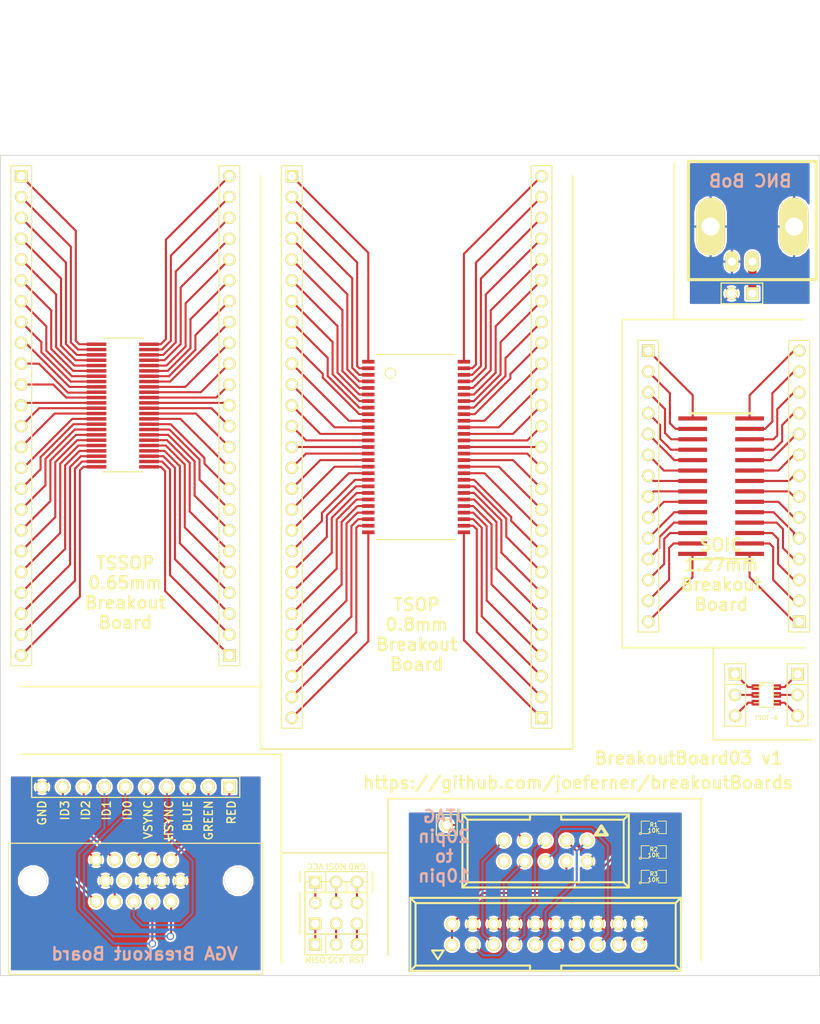
<source format=kicad_pcb>
(kicad_pcb (version 3) (host pcbnew "(2013-mar-13)-testing")
  (layers (15 F.Cu signal) (0 B.Cu signal) (18 B.Paste user) (19 F.Paste user) (20 B.SilkS user) (21 F.SilkS user) (22 B.Mask user) (23 F.Mask user) (28 Edge.Cuts user))
  (net 0 "")
  (net 1 /AVRISPGND)
  (net 2 /AVRISPMISO)
  (net 3 /AVRISPMOSI)
  (net 4 /AVRISPRST)
  (net 5 /AVRISPSCK)
  (net 6 /AVRISPVCC)
  (net 7 /BNCCTR)
  (net 8 /BNCGND)
  (net 9 /JTAGEVTO)
  (net 10 /JTAGGND)
  (net 11 /JTAGRESET)
  (net 12 /JTAGTCK)
  (net 13 /JTAGTDI)
  (net 14 /JTAGTDO)
  (net 15 /JTAGTMS)
  (net 16 /JTAGTRST)
  (net 17 /JTAGVCC)
  (net 18 /VGABLUE)
  (net 19 /VGAGND)
  (net 20 /VGAGREEN)
  (net 21 /VGAHSYNC)
  (net 22 /VGAID0)
  (net 23 /VGAID1)
  (net 24 /VGAID2)
  (net 25 /VGAID3)
  (net 26 /VGARED)
  (net 27 /VGAVSYNC)
  (net 28 N-000001)
  (net 29 N-0000010)
  (net 30 N-00000106)
  (net 31 N-0000011)
  (net 32 N-00000110)
  (net 33 N-00000111)
  (net 34 N-00000112)
  (net 35 N-00000113)
  (net 36 N-00000114)
  (net 37 N-00000115)
  (net 38 N-00000116)
  (net 39 N-00000117)
  (net 40 N-00000118)
  (net 41 N-00000119)
  (net 42 N-0000012)
  (net 43 N-00000120)
  (net 44 N-00000121)
  (net 45 N-00000122)
  (net 46 N-00000123)
  (net 47 N-00000124)
  (net 48 N-00000125)
  (net 49 N-00000126)
  (net 50 N-00000127)
  (net 51 N-00000128)
  (net 52 N-00000129)
  (net 53 N-0000013)
  (net 54 N-00000130)
  (net 55 N-00000131)
  (net 56 N-00000132)
  (net 57 N-00000133)
  (net 58 N-00000134)
  (net 59 N-00000135)
  (net 60 N-00000136)
  (net 61 N-00000137)
  (net 62 N-00000138)
  (net 63 N-00000139)
  (net 64 N-0000014)
  (net 65 N-00000140)
  (net 66 N-00000141)
  (net 67 N-00000142)
  (net 68 N-00000143)
  (net 69 N-00000144)
  (net 70 N-00000145)
  (net 71 N-00000146)
  (net 72 N-00000147)
  (net 73 N-00000148)
  (net 74 N-00000149)
  (net 75 N-0000015)
  (net 76 N-00000150)
  (net 77 N-00000151)
  (net 78 N-00000152)
  (net 79 N-00000153)
  (net 80 N-00000154)
  (net 81 N-00000155)
  (net 82 N-00000156)
  (net 83 N-00000157)
  (net 84 N-00000158)
  (net 85 N-0000016)
  (net 86 N-0000017)
  (net 87 N-0000018)
  (net 88 N-0000019)
  (net 89 N-000002)
  (net 90 N-0000020)
  (net 91 N-0000021)
  (net 92 N-0000022)
  (net 93 N-0000023)
  (net 94 N-0000024)
  (net 95 N-0000025)
  (net 96 N-0000026)
  (net 97 N-0000027)
  (net 98 N-0000028)
  (net 99 N-0000029)
  (net 100 N-0000030)
  (net 101 N-0000031)
  (net 102 N-0000032)
  (net 103 N-0000033)
  (net 104 N-0000034)
  (net 105 N-0000035)
  (net 106 N-0000036)
  (net 107 N-0000037)
  (net 108 N-0000038)
  (net 109 N-0000039)
  (net 110 N-000004)
  (net 111 N-0000040)
  (net 112 N-0000041)
  (net 113 N-0000042)
  (net 114 N-0000043)
  (net 115 N-0000044)
  (net 116 N-0000045)
  (net 117 N-0000046)
  (net 118 N-0000047)
  (net 119 N-0000048)
  (net 120 N-0000053)
  (net 121 N-0000054)
  (net 122 N-0000055)
  (net 123 N-0000056)
  (net 124 N-0000057)
  (net 125 N-0000058)
  (net 126 N-0000059)
  (net 127 N-0000060)
  (net 128 N-0000061)
  (net 129 N-0000062)
  (net 130 N-0000063)
  (net 131 N-0000064)
  (net 132 N-0000065)
  (net 133 N-0000066)
  (net 134 N-0000067)
  (net 135 N-0000068)
  (net 136 N-0000069)
  (net 137 N-0000070)
  (net 138 N-0000071)
  (net 139 N-0000072)
  (net 140 N-0000073)
  (net 141 N-0000074)
  (net 142 N-0000075)
  (net 143 N-0000076)
  (net 144 N-0000077)
  (net 145 N-0000078)
  (net 146 N-0000079)
  (net 147 N-0000080)
  (net 148 N-0000081)
  (net 149 N-0000082)
  (net 150 N-0000083)
  (net 151 N-0000084)
  (net 152 N-0000085)
  (net 153 N-0000086)
  (net 154 N-0000087)
  (net 155 N-0000088)
  (net 156 N-0000089)
  (net 157 N-0000090)
  (net 158 N-0000091)
  (net 159 N-0000092)
  (net 160 N-0000093)
  (net 161 N-0000094)
  (net 162 N-0000095)
  (net 163 N-0000096)
  (net 164 N-0000097)
  (net 165 N-0000098)
  (net 166 N-0000099)
  (module PIN_ARRAY_24X1 (layer F.Cu) (at 127.94 133.02 90)
    (fp_text reference J1 hide)
    (fp_text value CONN_24X1 hide)
    (pad 1 thru_hole rect (at -27.94 0 90) (size 1.524 1.524) (drill 1.016) (layers *.Cu *.Mask F.SilkS) (net 54 N-00000130))
    (pad 2 thru_hole circle (at -25.4 0 90) (size 1.524 1.524) (drill 1.016) (layers *.Cu *.Mask F.SilkS) (net 55 N-00000131))
    (pad 3 thru_hole circle (at -22.86 0 90) (size 1.524 1.524) (drill 1.016) (layers *.Cu *.Mask F.SilkS) (net 56 N-00000132))
    (pad 4 thru_hole circle (at -20.32 0 90) (size 1.524 1.524) (drill 1.016) (layers *.Cu *.Mask F.SilkS) (net 57 N-00000133))
    (pad 5 thru_hole circle (at -17.78 0 90) (size 1.524 1.524) (drill 1.016) (layers *.Cu *.Mask F.SilkS) (net 58 N-00000134))
    (pad 6 thru_hole circle (at -15.24 0 90) (size 1.524 1.524) (drill 1.016) (layers *.Cu *.Mask F.SilkS) (net 52 N-00000129))
    (pad 7 thru_hole circle (at -12.7 0 90) (size 1.524 1.524) (drill 1.016) (layers *.Cu *.Mask F.SilkS) (net 59 N-00000135))
    (pad 8 thru_hole circle (at -10.16 0 90) (size 1.524 1.524) (drill 1.016) (layers *.Cu *.Mask F.SilkS) (net 60 N-00000136))
    (pad 9 thru_hole circle (at -7.62 0 90) (size 1.524 1.524) (drill 1.016) (layers *.Cu *.Mask F.SilkS) (net 61 N-00000137))
    (pad 10 thru_hole circle (at -5.08 0 90) (size 1.524 1.524) (drill 1.016) (layers *.Cu *.Mask F.SilkS) (net 62 N-00000138))
    (pad 11 thru_hole circle (at -2.54 0 90) (size 1.524 1.524) (drill 1.016) (layers *.Cu *.Mask F.SilkS) (net 63 N-00000139))
    (pad 12 thru_hole circle (at 0 0 90) (size 1.524 1.524) (drill 1.016) (layers *.Cu *.Mask F.SilkS) (net 65 N-00000140))
    (pad 13 thru_hole circle (at 2.54 0 90) (size 1.524 1.524) (drill 1.016) (layers *.Cu *.Mask F.SilkS) (net 66 N-00000141))
    (pad 14 thru_hole circle (at 5.08 0 90) (size 1.524 1.524) (drill 1.016) (layers *.Cu *.Mask F.SilkS) (net 67 N-00000142))
    (pad 15 thru_hole circle (at 7.62 0 90) (size 1.524 1.524) (drill 1.016) (layers *.Cu *.Mask F.SilkS) (net 51 N-00000128))
    (pad 16 thru_hole circle (at 10.16 0 90) (size 1.524 1.524) (drill 1.016) (layers *.Cu *.Mask F.SilkS) (net 41 N-00000119))
    (pad 17 thru_hole circle (at 12.7 0 90) (size 1.524 1.524) (drill 1.016) (layers *.Cu *.Mask F.SilkS) (net 43 N-00000120))
    (pad 18 thru_hole circle (at 15.24 0 90) (size 1.524 1.524) (drill 1.016) (layers *.Cu *.Mask F.SilkS) (net 44 N-00000121))
    (pad 19 thru_hole circle (at 17.78 0 90) (size 1.524 1.524) (drill 1.016) (layers *.Cu *.Mask F.SilkS) (net 45 N-00000122))
    (pad 20 thru_hole circle (at 20.32 0 90) (size 1.524 1.524) (drill 1.016) (layers *.Cu *.Mask F.SilkS) (net 46 N-00000123))
    (pad 21 thru_hole circle (at 22.86 0 90) (size 1.524 1.524) (drill 1.016) (layers *.Cu *.Mask F.SilkS) (net 47 N-00000124))
    (pad 22 thru_hole circle (at 25.4 0 90) (size 1.524 1.524) (drill 1.016) (layers *.Cu *.Mask F.SilkS) (net 48 N-00000125))
    (pad 23 thru_hole circle (at 27.94 0 90) (size 1.524 1.524) (drill 1.016) (layers *.Cu *.Mask F.SilkS) (net 49 N-00000126))
    (pad 24 thru_hole circle (at 30.48 0 90) (size 1.524 1.524) (drill 1.016) (layers *.Cu *.Mask F.SilkS) (net 50 N-00000127))
  )
  (module PIN_ARRAY_24X1 (layer F.Cu) (at 102.54 130.48 270)
    (fp_text reference J2 hide)
    (fp_text value CONN_24X1 hide)
    (pad 1 thru_hole rect (at -27.94 0 270) (size 1.524 1.524) (drill 1.016) (layers *.Cu *.Mask F.SilkS) (net 77 N-00000151))
    (pad 2 thru_hole circle (at -25.4 0 270) (size 1.524 1.524) (drill 1.016) (layers *.Cu *.Mask F.SilkS) (net 78 N-00000152))
    (pad 3 thru_hole circle (at -22.86 0 270) (size 1.524 1.524) (drill 1.016) (layers *.Cu *.Mask F.SilkS) (net 79 N-00000153))
    (pad 4 thru_hole circle (at -20.32 0 270) (size 1.524 1.524) (drill 1.016) (layers *.Cu *.Mask F.SilkS) (net 80 N-00000154))
    (pad 5 thru_hole circle (at -17.78 0 270) (size 1.524 1.524) (drill 1.016) (layers *.Cu *.Mask F.SilkS) (net 82 N-00000156))
    (pad 6 thru_hole circle (at -15.24 0 270) (size 1.524 1.524) (drill 1.016) (layers *.Cu *.Mask F.SilkS) (net 74 N-00000149))
    (pad 7 thru_hole circle (at -12.7 0 270) (size 1.524 1.524) (drill 1.016) (layers *.Cu *.Mask F.SilkS) (net 76 N-00000150))
    (pad 8 thru_hole circle (at -10.16 0 270) (size 1.524 1.524) (drill 1.016) (layers *.Cu *.Mask F.SilkS) (net 70 N-00000145))
    (pad 9 thru_hole circle (at -7.62 0 270) (size 1.524 1.524) (drill 1.016) (layers *.Cu *.Mask F.SilkS) (net 68 N-00000143))
    (pad 10 thru_hole circle (at -5.08 0 270) (size 1.524 1.524) (drill 1.016) (layers *.Cu *.Mask F.SilkS) (net 69 N-00000144))
    (pad 11 thru_hole circle (at -2.54 0 270) (size 1.524 1.524) (drill 1.016) (layers *.Cu *.Mask F.SilkS) (net 71 N-00000146))
    (pad 12 thru_hole circle (at 0 0 270) (size 1.524 1.524) (drill 1.016) (layers *.Cu *.Mask F.SilkS) (net 72 N-00000147))
    (pad 13 thru_hole circle (at 2.54 0 270) (size 1.524 1.524) (drill 1.016) (layers *.Cu *.Mask F.SilkS) (net 73 N-00000148))
    (pad 14 thru_hole circle (at 5.08 0 270) (size 1.524 1.524) (drill 1.016) (layers *.Cu *.Mask F.SilkS) (net 81 N-00000155))
    (pad 15 thru_hole circle (at 7.62 0 270) (size 1.524 1.524) (drill 1.016) (layers *.Cu *.Mask F.SilkS) (net 83 N-00000157))
    (pad 16 thru_hole circle (at 10.16 0 270) (size 1.524 1.524) (drill 1.016) (layers *.Cu *.Mask F.SilkS) (net 37 N-00000115))
    (pad 17 thru_hole circle (at 12.7 0 270) (size 1.524 1.524) (drill 1.016) (layers *.Cu *.Mask F.SilkS) (net 38 N-00000116))
    (pad 18 thru_hole circle (at 15.24 0 270) (size 1.524 1.524) (drill 1.016) (layers *.Cu *.Mask F.SilkS) (net 39 N-00000117))
    (pad 19 thru_hole circle (at 17.78 0 270) (size 1.524 1.524) (drill 1.016) (layers *.Cu *.Mask F.SilkS) (net 40 N-00000118))
    (pad 20 thru_hole circle (at 20.32 0 270) (size 1.524 1.524) (drill 1.016) (layers *.Cu *.Mask F.SilkS) (net 32 N-00000110))
    (pad 21 thru_hole circle (at 22.86 0 270) (size 1.524 1.524) (drill 1.016) (layers *.Cu *.Mask F.SilkS) (net 33 N-00000111))
    (pad 22 thru_hole circle (at 25.4 0 270) (size 1.524 1.524) (drill 1.016) (layers *.Cu *.Mask F.SilkS) (net 34 N-00000112))
    (pad 23 thru_hole circle (at 27.94 0 270) (size 1.524 1.524) (drill 1.016) (layers *.Cu *.Mask F.SilkS) (net 35 N-00000113))
    (pad 24 thru_hole circle (at 30.48 0 270) (size 1.524 1.524) (drill 1.016) (layers *.Cu *.Mask F.SilkS) (net 36 N-00000114))
  )
  (module PIN_ARRAY_10X1 (layer F.Cu) (at 117.78 177.01 180)
    (fp_text reference J3 hide)
    (fp_text value CONN_10X1 hide)
    (pad 1 thru_hole rect (at -10.16 0 180) (size 1.524 1.524) (drill 1.016) (layers *.Cu *.Mask F.SilkS) (net 26 /VGARED))
    (pad 2 thru_hole circle (at -7.62 0 180) (size 1.524 1.524) (drill 1.016) (layers *.Cu *.Mask F.SilkS) (net 20 /VGAGREEN))
    (pad 3 thru_hole circle (at -5.08 0 180) (size 1.524 1.524) (drill 1.016) (layers *.Cu *.Mask F.SilkS) (net 18 /VGABLUE))
    (pad 4 thru_hole circle (at -2.54 0 180) (size 1.524 1.524) (drill 1.016) (layers *.Cu *.Mask F.SilkS) (net 21 /VGAHSYNC))
    (pad 5 thru_hole circle (at 0 0 180) (size 1.524 1.524) (drill 1.016) (layers *.Cu *.Mask F.SilkS) (net 27 /VGAVSYNC))
    (pad 6 thru_hole circle (at 2.54 0 180) (size 1.524 1.524) (drill 1.016) (layers *.Cu *.Mask F.SilkS) (net 22 /VGAID0))
    (pad 7 thru_hole circle (at 5.08 0 180) (size 1.524 1.524) (drill 1.016) (layers *.Cu *.Mask F.SilkS) (net 23 /VGAID1))
    (pad 8 thru_hole circle (at 7.62 0 180) (size 1.524 1.524) (drill 1.016) (layers *.Cu *.Mask F.SilkS) (net 24 /VGAID2))
    (pad 9 thru_hole circle (at 10.16 0 180) (size 1.524 1.524) (drill 1.016) (layers *.Cu *.Mask F.SilkS) (net 25 /VGAID3))
    (pad 10 thru_hole circle (at 12.7 0 180) (size 1.524 1.524) (drill 1.016) (layers *.Cu *.Mask F.SilkS) (net 19 /VGAGND))
  )
  (module VGA_RIGHT_ANGLE (layer F.Cu) (at 116.51 188.44)
    (fp_text reference P2 hide)
    (fp_text value VGA hide)
    (pad "" thru_hole circle (at -12.5 0) (size 3.26 3.26) (drill 3.26) (layers *.Cu))
    (pad "" thru_hole circle (at 12.5 0) (size 3.26 3.26) (drill 3.26) (layers *.Cu))
    (pad 1 thru_hole circle (at 4.32 -2.54) (size 1.5 1.5) (drill 1) (layers *.Cu *.Mask F.SilkS) (net 26 /VGARED))
    (pad 2 thru_hole circle (at 2.03 -2.54) (size 1.5 1.5) (drill 1) (layers *.Cu *.Mask F.SilkS) (net 20 /VGAGREEN))
    (pad 3 thru_hole circle (at -0.25 -2.54) (size 1.5 1.5) (drill 1) (layers *.Cu *.Mask F.SilkS) (net 18 /VGABLUE))
    (pad 4 thru_hole circle (at -2.55 -2.54) (size 1.5 1.5) (drill 1) (layers *.Cu *.Mask F.SilkS) (net 24 /VGAID2))
    (pad 5 thru_hole circle (at -4.84 -2.54) (size 1.5 1.5) (drill 1) (layers *.Cu *.Mask F.SilkS) (net 19 /VGAGND))
    (pad 6 thru_hole circle (at 5.46 0) (size 1.5 1.5) (drill 1) (layers *.Cu *.Mask F.SilkS) (net 19 /VGAGND))
    (pad 7 thru_hole circle (at 3.17 0) (size 1.5 1.5) (drill 1) (layers *.Cu *.Mask F.SilkS) (net 19 /VGAGND))
    (pad 8 thru_hole circle (at 0.88 0) (size 1.5 1.5) (drill 1) (layers *.Cu *.Mask F.SilkS) (net 19 /VGAGND))
    (pad 9 thru_hole circle (at -1.41 0) (size 1.5 1.5) (drill 1) (layers *.Cu *.Mask F.SilkS))
    (pad 10 thru_hole circle (at -3.7 0) (size 1.5 1.5) (drill 1) (layers *.Cu *.Mask F.SilkS) (net 19 /VGAGND))
    (pad 11 thru_hole circle (at 4.32 2.54) (size 1.5 1.5) (drill 1) (layers *.Cu *.Mask F.SilkS) (net 22 /VGAID0))
    (pad 12 thru_hole circle (at 2.03 2.54) (size 1.5 1.5) (drill 1) (layers *.Cu *.Mask F.SilkS) (net 23 /VGAID1))
    (pad 13 thru_hole circle (at -0.25 2.54) (size 1.5 1.5) (drill 1) (layers *.Cu *.Mask F.SilkS) (net 21 /VGAHSYNC))
    (pad 14 thru_hole circle (at -2.55 2.54) (size 1.5 1.5) (drill 1) (layers *.Cu *.Mask F.SilkS) (net 27 /VGAVSYNC))
    (pad 15 thru_hole circle (at -4.84 2.54) (size 1.5 1.5) (drill 1) (layers *.Cu *.Mask F.SilkS) (net 25 /VGAID3))
  )
  (module PIN_ARRAY_27X1 (layer F.Cu) (at 166.04 135.56 90)
    (fp_text reference J5 hide)
    (fp_text value CONN_27X1 hide)
    (pad 1 thru_hole rect (at -33.02 0 90) (size 1.524 1.524) (drill 1.016) (layers *.Cu *.Mask F.SilkS) (net 132 N-0000065))
    (pad 2 thru_hole circle (at -30.48 0 90) (size 1.524 1.524) (drill 1.016) (layers *.Cu *.Mask F.SilkS) (net 131 N-0000064))
    (pad 3 thru_hole circle (at -27.94 0 90) (size 1.524 1.524) (drill 1.016) (layers *.Cu *.Mask F.SilkS) (net 130 N-0000063))
    (pad 4 thru_hole circle (at -25.4 0 90) (size 1.524 1.524) (drill 1.016) (layers *.Cu *.Mask F.SilkS) (net 120 N-0000053))
    (pad 5 thru_hole circle (at -22.86 0 90) (size 1.524 1.524) (drill 1.016) (layers *.Cu *.Mask F.SilkS) (net 129 N-0000062))
    (pad 6 thru_hole circle (at -20.32 0 90) (size 1.524 1.524) (drill 1.016) (layers *.Cu *.Mask F.SilkS) (net 128 N-0000061))
    (pad 7 thru_hole circle (at -17.78 0 90) (size 1.524 1.524) (drill 1.016) (layers *.Cu *.Mask F.SilkS) (net 127 N-0000060))
    (pad 8 thru_hole circle (at -15.24 0 90) (size 1.524 1.524) (drill 1.016) (layers *.Cu *.Mask F.SilkS) (net 126 N-0000059))
    (pad 9 thru_hole circle (at -12.7 0 90) (size 1.524 1.524) (drill 1.016) (layers *.Cu *.Mask F.SilkS) (net 125 N-0000058))
    (pad 10 thru_hole circle (at -10.16 0 90) (size 1.524 1.524) (drill 1.016) (layers *.Cu *.Mask F.SilkS) (net 124 N-0000057))
    (pad 11 thru_hole circle (at -7.62 0 90) (size 1.524 1.524) (drill 1.016) (layers *.Cu *.Mask F.SilkS) (net 123 N-0000056))
    (pad 12 thru_hole circle (at -5.08 0 90) (size 1.524 1.524) (drill 1.016) (layers *.Cu *.Mask F.SilkS) (net 122 N-0000055))
    (pad 13 thru_hole circle (at -2.54 0 90) (size 1.524 1.524) (drill 1.016) (layers *.Cu *.Mask F.SilkS) (net 121 N-0000054))
    (pad 14 thru_hole circle (at 0 0 90) (size 1.524 1.524) (drill 1.016) (layers *.Cu *.Mask F.SilkS) (net 111 N-0000040))
    (pad 15 thru_hole circle (at 2.54 0 90) (size 1.524 1.524) (drill 1.016) (layers *.Cu *.Mask F.SilkS) (net 99 N-0000029))
    (pad 16 thru_hole circle (at 5.08 0 90) (size 1.524 1.524) (drill 1.016) (layers *.Cu *.Mask F.SilkS) (net 98 N-0000028))
    (pad 17 thru_hole circle (at 7.62 0 90) (size 1.524 1.524) (drill 1.016) (layers *.Cu *.Mask F.SilkS) (net 97 N-0000027))
    (pad 18 thru_hole circle (at 10.16 0 90) (size 1.524 1.524) (drill 1.016) (layers *.Cu *.Mask F.SilkS) (net 96 N-0000026))
    (pad 19 thru_hole circle (at 12.7 0 90) (size 1.524 1.524) (drill 1.016) (layers *.Cu *.Mask F.SilkS) (net 95 N-0000025))
    (pad 20 thru_hole circle (at 15.24 0 90) (size 1.524 1.524) (drill 1.016) (layers *.Cu *.Mask F.SilkS) (net 94 N-0000024))
    (pad 21 thru_hole circle (at 17.78 0 90) (size 1.524 1.524) (drill 1.016) (layers *.Cu *.Mask F.SilkS) (net 93 N-0000023))
    (pad 22 thru_hole circle (at 20.32 0 90) (size 1.524 1.524) (drill 1.016) (layers *.Cu *.Mask F.SilkS) (net 92 N-0000022))
    (pad 23 thru_hole circle (at 22.86 0 90) (size 1.524 1.524) (drill 1.016) (layers *.Cu *.Mask F.SilkS) (net 91 N-0000021))
    (pad 24 thru_hole circle (at 25.4 0 90) (size 1.524 1.524) (drill 1.016) (layers *.Cu *.Mask F.SilkS) (net 29 N-0000010))
    (pad 25 thru_hole circle (at 27.94 0 90) (size 1.524 1.524) (drill 1.016) (layers *.Cu *.Mask F.SilkS) (net 88 N-0000019))
    (pad 26 thru_hole circle (at 30.48 0 90) (size 1.524 1.524) (drill 1.016) (layers *.Cu *.Mask F.SilkS) (net 87 N-0000018))
    (pad 27 thru_hole circle (at 33.02 0 90) (size 1.524 1.524) (drill 1.016) (layers *.Cu *.Mask F.SilkS) (net 86 N-0000017))
  )
  (module PIN_ARRAY_27X1 (layer F.Cu) (at 135.56 135.56 270)
    (fp_text reference J4 hide)
    (fp_text value CONN_27X1 hide)
    (pad 1 thru_hole rect (at -33.02 0 270) (size 1.524 1.524) (drill 1.016) (layers *.Cu *.Mask F.SilkS) (net 84 N-00000158))
    (pad 2 thru_hole circle (at -30.48 0 270) (size 1.524 1.524) (drill 1.016) (layers *.Cu *.Mask F.SilkS) (net 30 N-00000106))
    (pad 3 thru_hole circle (at -27.94 0 270) (size 1.524 1.524) (drill 1.016) (layers *.Cu *.Mask F.SilkS) (net 101 N-0000031))
    (pad 4 thru_hole circle (at -25.4 0 270) (size 1.524 1.524) (drill 1.016) (layers *.Cu *.Mask F.SilkS) (net 102 N-0000032))
    (pad 5 thru_hole circle (at -22.86 0 270) (size 1.524 1.524) (drill 1.016) (layers *.Cu *.Mask F.SilkS) (net 103 N-0000033))
    (pad 6 thru_hole circle (at -20.32 0 270) (size 1.524 1.524) (drill 1.016) (layers *.Cu *.Mask F.SilkS) (net 104 N-0000034))
    (pad 7 thru_hole circle (at -17.78 0 270) (size 1.524 1.524) (drill 1.016) (layers *.Cu *.Mask F.SilkS) (net 105 N-0000035))
    (pad 8 thru_hole circle (at -15.24 0 270) (size 1.524 1.524) (drill 1.016) (layers *.Cu *.Mask F.SilkS) (net 106 N-0000036))
    (pad 9 thru_hole circle (at -12.7 0 270) (size 1.524 1.524) (drill 1.016) (layers *.Cu *.Mask F.SilkS) (net 107 N-0000037))
    (pad 10 thru_hole circle (at -10.16 0 270) (size 1.524 1.524) (drill 1.016) (layers *.Cu *.Mask F.SilkS) (net 108 N-0000038))
    (pad 11 thru_hole circle (at -7.62 0 270) (size 1.524 1.524) (drill 1.016) (layers *.Cu *.Mask F.SilkS) (net 109 N-0000039))
    (pad 12 thru_hole circle (at -5.08 0 270) (size 1.524 1.524) (drill 1.016) (layers *.Cu *.Mask F.SilkS) (net 100 N-0000030))
    (pad 13 thru_hole circle (at -2.54 0 270) (size 1.524 1.524) (drill 1.016) (layers *.Cu *.Mask F.SilkS) (net 112 N-0000041))
    (pad 14 thru_hole circle (at 0 0 270) (size 1.524 1.524) (drill 1.016) (layers *.Cu *.Mask F.SilkS) (net 113 N-0000042))
    (pad 15 thru_hole circle (at 2.54 0 270) (size 1.524 1.524) (drill 1.016) (layers *.Cu *.Mask F.SilkS) (net 114 N-0000043))
    (pad 16 thru_hole circle (at 5.08 0 270) (size 1.524 1.524) (drill 1.016) (layers *.Cu *.Mask F.SilkS) (net 115 N-0000044))
    (pad 17 thru_hole circle (at 7.62 0 270) (size 1.524 1.524) (drill 1.016) (layers *.Cu *.Mask F.SilkS) (net 116 N-0000045))
    (pad 18 thru_hole circle (at 10.16 0 270) (size 1.524 1.524) (drill 1.016) (layers *.Cu *.Mask F.SilkS) (net 117 N-0000046))
    (pad 19 thru_hole circle (at 12.7 0 270) (size 1.524 1.524) (drill 1.016) (layers *.Cu *.Mask F.SilkS) (net 118 N-0000047))
    (pad 20 thru_hole circle (at 15.24 0 270) (size 1.524 1.524) (drill 1.016) (layers *.Cu *.Mask F.SilkS) (net 119 N-0000048))
    (pad 21 thru_hole circle (at 17.78 0 270) (size 1.524 1.524) (drill 1.016) (layers *.Cu *.Mask F.SilkS) (net 90 N-0000020))
    (pad 22 thru_hole circle (at 20.32 0 270) (size 1.524 1.524) (drill 1.016) (layers *.Cu *.Mask F.SilkS) (net 31 N-0000011))
    (pad 23 thru_hole circle (at 22.86 0 270) (size 1.524 1.524) (drill 1.016) (layers *.Cu *.Mask F.SilkS) (net 42 N-0000012))
    (pad 24 thru_hole circle (at 25.4 0 270) (size 1.524 1.524) (drill 1.016) (layers *.Cu *.Mask F.SilkS) (net 53 N-0000013))
    (pad 25 thru_hole circle (at 27.94 0 270) (size 1.524 1.524) (drill 1.016) (layers *.Cu *.Mask F.SilkS) (net 64 N-0000014))
    (pad 26 thru_hole circle (at 30.48 0 270) (size 1.524 1.524) (drill 1.016) (layers *.Cu *.Mask F.SilkS) (net 75 N-0000015))
    (pad 27 thru_hole circle (at 33.02 0 270) (size 1.524 1.524) (drill 1.016) (layers *.Cu *.Mask F.SilkS) (net 85 N-0000016))
  )
  (module TSOP54_0.8mm (layer F.Cu) (at 150.8 135.56)
    (fp_text reference U2 hide)
    (fp_text value 54PIN hide)
    (pad 1 smd rect (at -5.9 -10.4) (size 1.51 0.458) (layers F.Cu F.Paste F.Mask) (net 84 N-00000158))
    (pad 2 smd rect (at -5.9 -9.6) (size 1.51 0.458) (layers F.Cu F.Paste F.Mask) (net 30 N-00000106))
    (pad 3 smd rect (at -5.9 -8.8) (size 1.51 0.458) (layers F.Cu F.Paste F.Mask) (net 101 N-0000031))
    (pad 4 smd rect (at -5.9 -8) (size 1.51 0.458) (layers F.Cu F.Paste F.Mask) (net 102 N-0000032))
    (pad 5 smd rect (at -5.9 -7.2) (size 1.51 0.458) (layers F.Cu F.Paste F.Mask) (net 103 N-0000033))
    (pad 6 smd rect (at -5.9 -6.4) (size 1.51 0.458) (layers F.Cu F.Paste F.Mask) (net 104 N-0000034))
    (pad 7 smd rect (at -5.9 -5.6) (size 1.51 0.458) (layers F.Cu F.Paste F.Mask) (net 105 N-0000035))
    (pad 8 smd rect (at -5.9 -4.8) (size 1.51 0.458) (layers F.Cu F.Paste F.Mask) (net 106 N-0000036))
    (pad 9 smd rect (at -5.9 -4) (size 1.51 0.458) (layers F.Cu F.Paste F.Mask) (net 107 N-0000037))
    (pad 10 smd rect (at -5.9 -3.2) (size 1.51 0.458) (layers F.Cu F.Paste F.Mask) (net 108 N-0000038))
    (pad 11 smd rect (at -5.9 -2.4) (size 1.51 0.458) (layers F.Cu F.Paste F.Mask) (net 109 N-0000039))
    (pad 12 smd rect (at -5.9 -1.6) (size 1.51 0.458) (layers F.Cu F.Paste F.Mask) (net 100 N-0000030))
    (pad 13 smd rect (at -5.9 -0.8) (size 1.51 0.458) (layers F.Cu F.Paste F.Mask) (net 112 N-0000041))
    (pad 14 smd rect (at -5.9 0) (size 1.51 0.458) (layers F.Cu F.Paste F.Mask) (net 113 N-0000042))
    (pad 15 smd rect (at -5.9 0.8) (size 1.51 0.458) (layers F.Cu F.Paste F.Mask) (net 114 N-0000043))
    (pad 16 smd rect (at -5.9 1.6) (size 1.51 0.458) (layers F.Cu F.Paste F.Mask) (net 115 N-0000044))
    (pad 17 smd rect (at -5.9 2.4) (size 1.51 0.458) (layers F.Cu F.Paste F.Mask) (net 116 N-0000045))
    (pad 18 smd rect (at -5.9 3.2) (size 1.51 0.458) (layers F.Cu F.Paste F.Mask) (net 117 N-0000046))
    (pad 19 smd rect (at -5.9 4) (size 1.51 0.458) (layers F.Cu F.Paste F.Mask) (net 118 N-0000047))
    (pad 20 smd rect (at -5.9 4.8) (size 1.51 0.458) (layers F.Cu F.Paste F.Mask) (net 119 N-0000048))
    (pad 21 smd rect (at -5.9 5.6) (size 1.51 0.458) (layers F.Cu F.Paste F.Mask) (net 90 N-0000020))
    (pad 22 smd rect (at -5.9 6.4) (size 1.51 0.458) (layers F.Cu F.Paste F.Mask) (net 31 N-0000011))
    (pad 23 smd rect (at -5.9 7.2) (size 1.51 0.458) (layers F.Cu F.Paste F.Mask) (net 42 N-0000012))
    (pad 24 smd rect (at -5.9 8) (size 1.51 0.458) (layers F.Cu F.Paste F.Mask) (net 53 N-0000013))
    (pad 25 smd rect (at -5.9 8.8) (size 1.51 0.458) (layers F.Cu F.Paste F.Mask) (net 64 N-0000014))
    (pad 26 smd rect (at -5.9 9.6) (size 1.51 0.458) (layers F.Cu F.Paste F.Mask) (net 75 N-0000015))
    (pad 27 smd rect (at -5.9 10.4) (size 1.51 0.458) (layers F.Cu F.Paste F.Mask) (net 85 N-0000016))
    (pad 28 smd rect (at 5.77 10.4) (size 1.51 0.458) (layers F.Cu F.Paste F.Mask) (net 132 N-0000065))
    (pad 29 smd rect (at 5.77 9.6) (size 1.51 0.458) (layers F.Cu F.Paste F.Mask) (net 131 N-0000064))
    (pad 30 smd rect (at 5.77 8.8) (size 1.51 0.458) (layers F.Cu F.Paste F.Mask) (net 130 N-0000063))
    (pad 31 smd rect (at 5.77 8) (size 1.51 0.458) (layers F.Cu F.Paste F.Mask) (net 120 N-0000053))
    (pad 32 smd rect (at 5.77 7.2) (size 1.51 0.458) (layers F.Cu F.Paste F.Mask) (net 129 N-0000062))
    (pad 33 smd rect (at 5.77 6.4) (size 1.51 0.458) (layers F.Cu F.Paste F.Mask) (net 128 N-0000061))
    (pad 34 smd rect (at 5.77 5.6) (size 1.51 0.458) (layers F.Cu F.Paste F.Mask) (net 127 N-0000060))
    (pad 35 smd rect (at 5.77 4.8) (size 1.51 0.458) (layers F.Cu F.Paste F.Mask) (net 126 N-0000059))
    (pad 36 smd rect (at 5.77 4) (size 1.51 0.458) (layers F.Cu F.Paste F.Mask) (net 125 N-0000058))
    (pad 37 smd rect (at 5.77 3.2) (size 1.51 0.458) (layers F.Cu F.Paste F.Mask) (net 124 N-0000057))
    (pad 38 smd rect (at 5.77 2.4) (size 1.51 0.458) (layers F.Cu F.Paste F.Mask) (net 123 N-0000056))
    (pad 39 smd rect (at 5.77 1.6) (size 1.51 0.458) (layers F.Cu F.Paste F.Mask) (net 122 N-0000055))
    (pad 40 smd rect (at 5.77 0.8) (size 1.51 0.458) (layers F.Cu F.Paste F.Mask) (net 121 N-0000054))
    (pad 41 smd rect (at 5.77 0) (size 1.51 0.458) (layers F.Cu F.Paste F.Mask) (net 111 N-0000040))
    (pad 42 smd rect (at 5.77 -0.8) (size 1.51 0.458) (layers F.Cu F.Paste F.Mask) (net 99 N-0000029))
    (pad 43 smd rect (at 5.77 -1.6) (size 1.51 0.458) (layers F.Cu F.Paste F.Mask) (net 98 N-0000028))
    (pad 44 smd rect (at 5.77 -2.4) (size 1.51 0.458) (layers F.Cu F.Paste F.Mask) (net 97 N-0000027))
    (pad 45 smd rect (at 5.77 -3.2) (size 1.51 0.458) (layers F.Cu F.Paste F.Mask) (net 96 N-0000026))
    (pad 46 smd rect (at 5.77 -4) (size 1.51 0.458) (layers F.Cu F.Paste F.Mask) (net 95 N-0000025))
    (pad 47 smd rect (at 5.77 -4.8) (size 1.51 0.458) (layers F.Cu F.Paste F.Mask) (net 94 N-0000024))
    (pad 48 smd rect (at 5.77 -5.6) (size 1.51 0.458) (layers F.Cu F.Paste F.Mask) (net 93 N-0000023))
    (pad 49 smd rect (at 5.77 -6.4) (size 1.51 0.458) (layers F.Cu F.Paste F.Mask) (net 92 N-0000022))
    (pad 50 smd rect (at 5.77 -7.2) (size 1.51 0.458) (layers F.Cu F.Paste F.Mask) (net 91 N-0000021))
    (pad 51 smd rect (at 5.77 -8) (size 1.51 0.458) (layers F.Cu F.Paste F.Mask) (net 29 N-0000010))
    (pad 52 smd rect (at 5.77 -8.8) (size 1.51 0.458) (layers F.Cu F.Paste F.Mask) (net 88 N-0000019))
    (pad 53 smd rect (at 5.77 -9.6) (size 1.51 0.458) (layers F.Cu F.Paste F.Mask) (net 87 N-0000018))
    (pad 54 smd rect (at 5.77 -10.4) (size 1.51 0.458) (layers F.Cu F.Paste F.Mask) (net 86 N-0000017))
  )
  (module TSSOP0.65 (layer F.Cu) (at 114.98 130.48 180)
    (fp_text reference U1 hide)
    (fp_text value 48PIN hide)
    (pad 1 smd rect (at -3.15 -7.5 180) (size 2.4 0.42) (layers F.Cu F.Paste F.Mask) (net 54 N-00000130))
    (pad 2 smd rect (at -3.15 -6.85 180) (size 2.4 0.42) (layers F.Cu F.Paste F.Mask) (net 55 N-00000131))
    (pad 3 smd rect (at -3.15 -6.2 180) (size 2.4 0.42) (layers F.Cu F.Paste F.Mask) (net 56 N-00000132))
    (pad 4 smd rect (at -3.15 -5.55 180) (size 2.4 0.42) (layers F.Cu F.Paste F.Mask) (net 57 N-00000133))
    (pad 5 smd rect (at -3.15 -4.9 180) (size 2.4 0.42) (layers F.Cu F.Paste F.Mask) (net 58 N-00000134))
    (pad 6 smd rect (at -3.15 -4.25 180) (size 2.4 0.42) (layers F.Cu F.Paste F.Mask) (net 52 N-00000129))
    (pad 7 smd rect (at -3.15 -3.6 180) (size 2.4 0.42) (layers F.Cu F.Paste F.Mask) (net 59 N-00000135))
    (pad 8 smd rect (at -3.15 -2.95 180) (size 2.4 0.42) (layers F.Cu F.Paste F.Mask) (net 60 N-00000136))
    (pad 9 smd rect (at -3.15 -2.3 180) (size 2.4 0.42) (layers F.Cu F.Paste F.Mask) (net 61 N-00000137))
    (pad 10 smd rect (at -3.15 -1.65 180) (size 2.4 0.42) (layers F.Cu F.Paste F.Mask) (net 62 N-00000138))
    (pad 11 smd rect (at -3.15 -1 180) (size 2.4 0.42) (layers F.Cu F.Paste F.Mask) (net 63 N-00000139))
    (pad 12 smd rect (at -3.15 -0.35 180) (size 2.4 0.42) (layers F.Cu F.Paste F.Mask) (net 65 N-00000140))
    (pad 13 smd rect (at -3.15 0.3 180) (size 2.4 0.42) (layers F.Cu F.Paste F.Mask) (net 66 N-00000141))
    (pad 14 smd rect (at -3.15 0.95 180) (size 2.4 0.42) (layers F.Cu F.Paste F.Mask) (net 67 N-00000142))
    (pad 15 smd rect (at -3.15 1.6 180) (size 2.4 0.42) (layers F.Cu F.Paste F.Mask) (net 51 N-00000128))
    (pad 16 smd rect (at -3.15 2.25 180) (size 2.4 0.42) (layers F.Cu F.Paste F.Mask) (net 41 N-00000119))
    (pad 17 smd rect (at -3.15 2.9 180) (size 2.4 0.42) (layers F.Cu F.Paste F.Mask) (net 43 N-00000120))
    (pad 18 smd rect (at -3.15 3.55 180) (size 2.4 0.42) (layers F.Cu F.Paste F.Mask) (net 44 N-00000121))
    (pad 19 smd rect (at -3.15 4.2 180) (size 2.4 0.42) (layers F.Cu F.Paste F.Mask) (net 45 N-00000122))
    (pad 20 smd rect (at -3.15 4.85 180) (size 2.4 0.42) (layers F.Cu F.Paste F.Mask) (net 46 N-00000123))
    (pad 21 smd rect (at -3.15 5.5 180) (size 2.4 0.42) (layers F.Cu F.Paste F.Mask) (net 47 N-00000124))
    (pad 22 smd rect (at -3.15 6.15 180) (size 2.4 0.42) (layers F.Cu F.Paste F.Mask) (net 48 N-00000125))
    (pad 23 smd rect (at -3.15 6.8 180) (size 2.4 0.42) (layers F.Cu F.Paste F.Mask) (net 49 N-00000126))
    (pad 24 smd rect (at -3.15 7.45 180) (size 2.4 0.42) (layers F.Cu F.Paste F.Mask) (net 50 N-00000127))
    (pad 25 smd rect (at 3.25 7.45 180) (size 2.4 0.42) (layers F.Cu F.Paste F.Mask) (net 77 N-00000151))
    (pad 26 smd rect (at 3.25 6.8 180) (size 2.4 0.42) (layers F.Cu F.Paste F.Mask) (net 78 N-00000152))
    (pad 27 smd rect (at 3.25 6.15 180) (size 2.4 0.42) (layers F.Cu F.Paste F.Mask) (net 79 N-00000153))
    (pad 28 smd rect (at 3.25 5.5 180) (size 2.4 0.42) (layers F.Cu F.Paste F.Mask) (net 80 N-00000154))
    (pad 29 smd rect (at 3.25 4.85 180) (size 2.4 0.42) (layers F.Cu F.Paste F.Mask) (net 82 N-00000156))
    (pad 30 smd rect (at 3.25 4.2 180) (size 2.4 0.42) (layers F.Cu F.Paste F.Mask) (net 74 N-00000149))
    (pad 31 smd rect (at 3.25 3.55 180) (size 2.4 0.42) (layers F.Cu F.Paste F.Mask) (net 76 N-00000150))
    (pad 32 smd rect (at 3.25 2.9 180) (size 2.4 0.42) (layers F.Cu F.Paste F.Mask) (net 70 N-00000145))
    (pad 33 smd rect (at 3.25 2.25 180) (size 2.4 0.42) (layers F.Cu F.Paste F.Mask) (net 68 N-00000143))
    (pad 34 smd rect (at 3.25 1.6 180) (size 2.4 0.42) (layers F.Cu F.Paste F.Mask) (net 69 N-00000144))
    (pad 35 smd rect (at 3.25 0.95 180) (size 2.4 0.42) (layers F.Cu F.Paste F.Mask) (net 71 N-00000146))
    (pad 36 smd rect (at 3.25 0.3 180) (size 2.4 0.42) (layers F.Cu F.Paste F.Mask) (net 72 N-00000147))
    (pad 37 smd rect (at 3.25 -0.35 180) (size 2.4 0.42) (layers F.Cu F.Paste F.Mask) (net 73 N-00000148))
    (pad 38 smd rect (at 3.25 -1 180) (size 2.4 0.42) (layers F.Cu F.Paste F.Mask) (net 81 N-00000155))
    (pad 39 smd rect (at 3.25 -1.65 180) (size 2.4 0.42) (layers F.Cu F.Paste F.Mask) (net 83 N-00000157))
    (pad 40 smd rect (at 3.25 -2.3 180) (size 2.4 0.42) (layers F.Cu F.Paste F.Mask) (net 37 N-00000115))
    (pad 41 smd rect (at 3.25 -2.95 180) (size 2.4 0.42) (layers F.Cu F.Paste F.Mask) (net 38 N-00000116))
    (pad 42 smd rect (at 3.25 -3.6 180) (size 2.4 0.42) (layers F.Cu F.Paste F.Mask) (net 39 N-00000117))
    (pad 43 smd rect (at 3.25 -4.25 180) (size 2.4 0.42) (layers F.Cu F.Paste F.Mask) (net 40 N-00000118))
    (pad 44 smd rect (at 3.25 -4.9 180) (size 2.4 0.42) (layers F.Cu F.Paste F.Mask) (net 32 N-00000110))
    (pad 45 smd rect (at 3.25 -5.55 180) (size 2.4 0.42) (layers F.Cu F.Paste F.Mask) (net 33 N-00000111))
    (pad 46 smd rect (at 3.25 -6.2 180) (size 2.4 0.42) (layers F.Cu F.Paste F.Mask) (net 34 N-00000112))
    (pad 47 smd rect (at 3.25 -6.85 180) (size 2.4 0.42) (layers F.Cu F.Paste F.Mask) (net 35 N-00000113))
    (pad 48 smd rect (at 3.25 -7.5 180) (size 2.4 0.42) (layers F.Cu F.Paste F.Mask) (net 36 N-00000114))
  )
  (module PIN_ARRAY_3X1 (layer F.Cu) (at 140.97 196.215)
    (fp_text reference J6 hide)
    (fp_text value CONN_3X1 hide)
    (pad 1 thru_hole rect (at -2.54 0) (size 1.524 1.524) (drill 1.016) (layers *.Cu *.Mask F.SilkS) (net 2 /AVRISPMISO))
    (pad 2 thru_hole circle (at 0 0) (size 1.524 1.524) (drill 1.016) (layers *.Cu *.Mask F.SilkS) (net 5 /AVRISPSCK))
    (pad 3 thru_hole circle (at 2.54 0) (size 1.524 1.524) (drill 1.016) (layers *.Cu *.Mask F.SilkS) (net 4 /AVRISPRST))
  )
  (module PIN_ARRAY_3X1 (layer F.Cu) (at 140.97 188.595)
    (fp_text reference J8 hide)
    (fp_text value CONN_3X1 hide)
    (pad 1 thru_hole rect (at -2.54 0) (size 1.524 1.524) (drill 1.016) (layers *.Cu *.Mask F.SilkS) (net 6 /AVRISPVCC))
    (pad 2 thru_hole circle (at 0 0) (size 1.524 1.524) (drill 1.016) (layers *.Cu *.Mask F.SilkS) (net 3 /AVRISPMOSI))
    (pad 3 thru_hole circle (at 2.54 0) (size 1.524 1.524) (drill 1.016) (layers *.Cu *.Mask F.SilkS) (net 1 /AVRISPGND))
  )
  (module AVR-ICSP-NOOUTLINE (layer F.Cu) (at 140.97 192.405)
    (fp_text reference J7 hide)
    (fp_text value AVRISP hide)
    (pad 1 thru_hole rect (at -2.54 1.27) (size 1.524 1.524) (drill 1.016) (layers *.Cu *.Mask F.SilkS) (net 2 /AVRISPMISO))
    (pad 2 thru_hole circle (at -2.54 -1.27) (size 1.524 1.524) (drill 1.016) (layers *.Cu *.Mask F.SilkS) (net 6 /AVRISPVCC))
    (pad 3 thru_hole circle (at 0 1.27) (size 1.524 1.524) (drill 1.016) (layers *.Cu *.Mask F.SilkS) (net 5 /AVRISPSCK))
    (pad 4 thru_hole circle (at 0 -1.27) (size 1.524 1.524) (drill 1.016) (layers *.Cu *.Mask F.SilkS) (net 3 /AVRISPMOSI))
    (pad 5 thru_hole circle (at 2.54 1.27) (size 1.524 1.524) (drill 1.016) (layers *.Cu *.Mask F.SilkS) (net 4 /AVRISPRST))
    (pad 6 thru_hole circle (at 2.54 -1.27) (size 1.524 1.524) (drill 1.016) (layers *.Cu *.Mask F.SilkS) (net 1 /AVRISPGND))
  )
  (module SM0805 (layer F.Cu) (at 179.74 187.935)
    (fp_text reference R3 (at 0 -0.3175) (layer F.SilkS) (effects (font (size 0.50038 0.50038) (thickness 0.10922))))
    (fp_text value 10K (at 0 0.381) (layer F.SilkS) (effects (font (size 0.50038 0.50038) (thickness 0.10922))))
    (pad 1 smd rect (at -0.9525 0) (size 0.889 1.397) (layers F.Cu F.Paste F.Mask) (net 110 N-000004))
    (pad 2 smd rect (at 0.9525 0) (size 0.889 1.397) (layers F.Cu F.Paste F.Mask) (net 10 /JTAGGND))
  )
  (module SM0805 (layer F.Cu) (at 179.74 184.935)
    (fp_text reference R2 (at 0 -0.3175) (layer F.SilkS) (effects (font (size 0.50038 0.50038) (thickness 0.10922))))
    (fp_text value 10K (at 0 0.381) (layer F.SilkS) (effects (font (size 0.50038 0.50038) (thickness 0.10922))))
    (pad 1 smd rect (at -0.9525 0) (size 0.889 1.397) (layers F.Cu F.Paste F.Mask) (net 28 N-000001))
    (pad 2 smd rect (at 0.9525 0) (size 0.889 1.397) (layers F.Cu F.Paste F.Mask) (net 10 /JTAGGND))
  )
  (module SM0805 (layer F.Cu) (at 179.74 181.935)
    (fp_text reference R1 (at 0 -0.3175) (layer F.SilkS) (effects (font (size 0.50038 0.50038) (thickness 0.10922))))
    (fp_text value 10K (at 0 0.381) (layer F.SilkS) (effects (font (size 0.50038 0.50038) (thickness 0.10922))))
    (pad 1 smd rect (at -0.9525 0) (size 0.889 1.397) (layers F.Cu F.Paste F.Mask) (net 89 N-000002))
    (pad 2 smd rect (at 0.9525 0) (size 0.889 1.397) (layers F.Cu F.Paste F.Mask) (net 10 /JTAGGND))
  )
  (module PIN_ARRAY_1X1 (layer F.Cu) (at 154.475 181.64)
    (fp_text reference P1 hide)
    (fp_text value CONN_1 hide)
    (pad 1 thru_hole circle (at 0 0) (size 1.524 1.524) (drill 1.016) (layers *.Cu *.Mask F.SilkS) (net 9 /JTAGEVTO))
  )
  (module VASCH5x2 (layer F.Cu) (at 166.54 184.815 180)
    (fp_text reference P3 hide)
    (fp_text value JTAG10 hide)
    (pad 1 thru_hole circle (at -5.08 1.27 180) (size 1.50622 1.50622) (drill 0.99822) (layers *.Cu F.Paste F.SilkS F.Mask) (net 12 /JTAGTCK))
    (pad 2 thru_hole circle (at -5.08 -1.27 180) (size 1.50622 1.50622) (drill 0.99822) (layers *.Cu F.Paste F.SilkS F.Mask) (net 10 /JTAGGND))
    (pad 3 thru_hole circle (at -2.54 1.27 180) (size 1.50622 1.50622) (drill 0.99822) (layers *.Cu F.Paste F.SilkS F.Mask) (net 14 /JTAGTDO))
    (pad 4 thru_hole circle (at -2.54 -1.27 180) (size 1.50622 1.50622) (drill 0.99822) (layers *.Cu F.Paste F.SilkS F.Mask) (net 17 /JTAGVCC))
    (pad 5 thru_hole circle (at 0 1.27 180) (size 1.50622 1.50622) (drill 0.99822) (layers *.Cu F.Paste F.SilkS F.Mask) (net 15 /JTAGTMS))
    (pad 6 thru_hole circle (at 0 -1.27 180) (size 1.50622 1.50622) (drill 0.99822) (layers *.Cu F.Paste F.SilkS F.Mask) (net 11 /JTAGRESET))
    (pad 7 thru_hole circle (at 2.54 1.27 180) (size 1.50622 1.50622) (drill 0.99822) (layers *.Cu F.Paste F.SilkS F.Mask) (net 9 /JTAGEVTO))
    (pad 8 thru_hole circle (at 2.54 -1.27 180) (size 1.50622 1.50622) (drill 0.99822) (layers *.Cu F.Paste F.SilkS F.Mask) (net 16 /JTAGTRST))
    (pad 9 thru_hole circle (at 5.08 1.27 180) (size 1.50622 1.50622) (drill 0.99822) (layers *.Cu F.Paste F.SilkS F.Mask) (net 13 /JTAGTDI))
    (pad 10 thru_hole circle (at 5.08 -1.27 180) (size 1.50622 1.50622) (drill 0.99822) (layers *.Cu F.Paste F.SilkS F.Mask))
  )
  (module VASCH10x2 (layer F.Cu) (at 166.54 194.975)
    (fp_text reference P4 hide)
    (fp_text value JTAG hide)
    (pad 1 thru_hole circle (at -11.43 1.27) (size 1.50622 1.50622) (drill 0.99822) (layers *.Cu *.Mask F.Paste F.SilkS) (net 17 /JTAGVCC))
    (pad 2 thru_hole circle (at -11.43 -1.27) (size 1.50622 1.50622) (drill 0.99822) (layers *.Cu *.Mask F.Paste F.SilkS) (net 17 /JTAGVCC))
    (pad 3 thru_hole circle (at -8.89 1.27) (size 1.50622 1.50622) (drill 0.99822) (layers *.Cu *.Mask F.Paste F.SilkS) (net 16 /JTAGTRST))
    (pad 4 thru_hole circle (at -8.89 -1.27) (size 1.50622 1.50622) (drill 0.99822) (layers *.Cu *.Mask F.Paste F.SilkS) (net 10 /JTAGGND))
    (pad 5 thru_hole circle (at -6.35 1.27) (size 1.50622 1.50622) (drill 0.99822) (layers *.Cu *.Mask F.Paste F.SilkS) (net 13 /JTAGTDI))
    (pad 6 thru_hole circle (at -6.35 -1.27) (size 1.50622 1.50622) (drill 0.99822) (layers *.Cu *.Mask F.Paste F.SilkS) (net 10 /JTAGGND))
    (pad 7 thru_hole circle (at -3.81 1.27) (size 1.50622 1.50622) (drill 0.99822) (layers *.Cu *.Mask F.Paste F.SilkS) (net 15 /JTAGTMS))
    (pad 8 thru_hole circle (at -3.81 -1.27) (size 1.50622 1.50622) (drill 0.99822) (layers *.Cu *.Mask F.Paste F.SilkS) (net 10 /JTAGGND))
    (pad 9 thru_hole circle (at -1.27 1.27) (size 1.50622 1.50622) (drill 0.99822) (layers *.Cu *.Mask F.Paste F.SilkS) (net 12 /JTAGTCK))
    (pad 10 thru_hole circle (at -1.27 -1.27) (size 1.50622 1.50622) (drill 0.99822) (layers *.Cu *.Mask F.Paste F.SilkS) (net 10 /JTAGGND))
    (pad 11 thru_hole circle (at 1.27 1.27) (size 1.50622 1.50622) (drill 0.99822) (layers *.Cu *.Mask F.Paste F.SilkS) (net 89 N-000002))
    (pad 12 thru_hole circle (at 1.27 -1.27) (size 1.50622 1.50622) (drill 0.99822) (layers *.Cu *.Mask F.Paste F.SilkS) (net 10 /JTAGGND))
    (pad 13 thru_hole circle (at 3.81 1.27) (size 1.50622 1.50622) (drill 0.99822) (layers *.Cu *.Mask F.Paste F.SilkS) (net 14 /JTAGTDO))
    (pad 14 thru_hole circle (at 3.81 -1.27) (size 1.50622 1.50622) (drill 0.99822) (layers *.Cu *.Mask F.Paste F.SilkS) (net 10 /JTAGGND))
    (pad 15 thru_hole circle (at 6.35 1.27) (size 1.50622 1.50622) (drill 0.99822) (layers *.Cu *.Mask F.Paste F.SilkS) (net 11 /JTAGRESET))
    (pad 16 thru_hole circle (at 6.35 -1.27) (size 1.50622 1.50622) (drill 0.99822) (layers *.Cu *.Mask F.Paste F.SilkS) (net 10 /JTAGGND))
    (pad 17 thru_hole circle (at 8.89 1.27) (size 1.50622 1.50622) (drill 0.99822) (layers *.Cu *.Mask F.Paste F.SilkS) (net 28 N-000001))
    (pad 18 thru_hole circle (at 8.89 -1.27) (size 1.50622 1.50622) (drill 0.99822) (layers *.Cu *.Mask F.Paste F.SilkS) (net 10 /JTAGGND))
    (pad 19 thru_hole circle (at 11.43 1.27) (size 1.50622 1.50622) (drill 0.99822) (layers *.Cu *.Mask F.Paste F.SilkS) (net 110 N-000004))
    (pad 20 thru_hole circle (at 11.43 -1.27) (size 1.50622 1.50622) (drill 0.99822) (layers *.Cu *.Mask F.Paste F.SilkS) (net 10 /JTAGGND))
  )
  (module PIN_ARRAY_2X1 (layer F.Cu) (at 190.5 116.84 180)
    (fp_text reference P6 hide)
    (fp_text value BNCBREAKOUT hide)
    (pad 1 thru_hole rect (at -1.27 0 180) (size 1.524 1.524) (drill 1.016) (layers *.Cu *.Mask F.SilkS) (net 7 /BNCCTR))
    (pad 2 thru_hole circle (at 1.27 0 180) (size 1.524 1.524) (drill 1.016) (layers *.Cu *.Mask F.SilkS) (net 8 /BNCGND))
  )
  (module BNC_Socket_TYCO-AMP_LargePads_RevB_20130411 (layer F.Cu) (at 191.77 107.95)
    (fp_text reference P5 hide)
    (fp_text value BNC hide)
    (pad 2 thru_hole oval (at -5.09778 0.7366) (size 3.50012 7.00024) (drill 2.19964) (layers *.Cu *.Mask F.SilkS) (net 8 /BNCGND))
    (pad 2 thru_hole oval (at 5.10032 0.7366) (size 3.50012 7.00024) (drill 2.19964) (layers *.Cu *.Mask F.SilkS) (net 8 /BNCGND))
    (pad 1 thru_hole oval (at 0 5.00126) (size 1.6002 2.49936) (drill 1.00076) (layers *.Cu *.Mask F.SilkS) (net 7 /BNCCTR))
    (pad 2 thru_hole oval (at -2.49936 5.00126) (size 1.6002 2.49936) (drill 1.00076) (layers *.Cu *.Mask F.SilkS) (net 8 /BNCGND))
  )
  (module PIN_ARRAY_14X1 (layer F.Cu) (at 179.07 139.065 270)
    (fp_text reference P8 hide)
    (fp_text value CONN_14 hide)
    (pad 1 thru_hole rect (at -15.24 0 270) (size 1.524 1.524) (drill 1.016) (layers *.Cu *.Mask F.SilkS) (net 148 N-0000081))
    (pad 2 thru_hole circle (at -12.7 0 270) (size 1.524 1.524) (drill 1.016) (layers *.Cu *.Mask F.SilkS) (net 149 N-0000082))
    (pad 3 thru_hole circle (at -10.16 0 270) (size 1.524 1.524) (drill 1.016) (layers *.Cu *.Mask F.SilkS) (net 150 N-0000083))
    (pad 4 thru_hole circle (at -7.62 0 270) (size 1.524 1.524) (drill 1.016) (layers *.Cu *.Mask F.SilkS) (net 151 N-0000084))
    (pad 5 thru_hole circle (at -5.08 0 270) (size 1.524 1.524) (drill 1.016) (layers *.Cu *.Mask F.SilkS) (net 152 N-0000085))
    (pad 6 thru_hole circle (at -2.54 0 270) (size 1.524 1.524) (drill 1.016) (layers *.Cu *.Mask F.SilkS) (net 153 N-0000086))
    (pad 7 thru_hole circle (at 0 0 270) (size 1.524 1.524) (drill 1.016) (layers *.Cu *.Mask F.SilkS) (net 154 N-0000087))
    (pad 8 thru_hole circle (at 2.54 0 270) (size 1.524 1.524) (drill 1.016) (layers *.Cu *.Mask F.SilkS) (net 147 N-0000080))
    (pad 9 thru_hole circle (at 5.08 0 270) (size 1.524 1.524) (drill 1.016) (layers *.Cu *.Mask F.SilkS) (net 155 N-0000088))
    (pad 10 thru_hole circle (at 7.62 0 270) (size 1.524 1.524) (drill 1.016) (layers *.Cu *.Mask F.SilkS) (net 156 N-0000089))
    (pad 11 thru_hole circle (at 10.16 0 270) (size 1.524 1.524) (drill 1.016) (layers *.Cu *.Mask F.SilkS) (net 157 N-0000090))
    (pad 12 thru_hole circle (at 12.7 0 270) (size 1.524 1.524) (drill 1.016) (layers *.Cu *.Mask F.SilkS) (net 158 N-0000091))
    (pad 13 thru_hole circle (at 15.24 0 270) (size 1.524 1.524) (drill 1.016) (layers *.Cu *.Mask F.SilkS) (net 159 N-0000092))
    (pad 14 thru_hole circle (at 17.78 0 270) (size 1.524 1.524) (drill 1.016) (layers *.Cu *.Mask F.SilkS) (net 160 N-0000093))
  )
  (module PIN_ARRAY_14X1 (layer F.Cu) (at 197.485 141.605 90)
    (fp_text reference P7 hide)
    (fp_text value CONN_14 hide)
    (pad 1 thru_hole rect (at -15.24 0 90) (size 1.524 1.524) (drill 1.016) (layers *.Cu *.Mask F.SilkS) (net 145 N-0000078))
    (pad 2 thru_hole circle (at -12.7 0 90) (size 1.524 1.524) (drill 1.016) (layers *.Cu *.Mask F.SilkS) (net 146 N-0000079))
    (pad 3 thru_hole circle (at -10.16 0 90) (size 1.524 1.524) (drill 1.016) (layers *.Cu *.Mask F.SilkS) (net 143 N-0000076))
    (pad 4 thru_hole circle (at -7.62 0 90) (size 1.524 1.524) (drill 1.016) (layers *.Cu *.Mask F.SilkS) (net 134 N-0000067))
    (pad 5 thru_hole circle (at -5.08 0 90) (size 1.524 1.524) (drill 1.016) (layers *.Cu *.Mask F.SilkS) (net 135 N-0000068))
    (pad 6 thru_hole circle (at -2.54 0 90) (size 1.524 1.524) (drill 1.016) (layers *.Cu *.Mask F.SilkS) (net 136 N-0000069))
    (pad 7 thru_hole circle (at 0 0 90) (size 1.524 1.524) (drill 1.016) (layers *.Cu *.Mask F.SilkS) (net 137 N-0000070))
    (pad 8 thru_hole circle (at 2.54 0 90) (size 1.524 1.524) (drill 1.016) (layers *.Cu *.Mask F.SilkS) (net 138 N-0000071))
    (pad 9 thru_hole circle (at 5.08 0 90) (size 1.524 1.524) (drill 1.016) (layers *.Cu *.Mask F.SilkS) (net 139 N-0000072))
    (pad 10 thru_hole circle (at 7.62 0 90) (size 1.524 1.524) (drill 1.016) (layers *.Cu *.Mask F.SilkS) (net 140 N-0000073))
    (pad 11 thru_hole circle (at 10.16 0 90) (size 1.524 1.524) (drill 1.016) (layers *.Cu *.Mask F.SilkS) (net 141 N-0000074))
    (pad 12 thru_hole circle (at 12.7 0 90) (size 1.524 1.524) (drill 1.016) (layers *.Cu *.Mask F.SilkS) (net 142 N-0000075))
    (pad 13 thru_hole circle (at 15.24 0 90) (size 1.524 1.524) (drill 1.016) (layers *.Cu *.Mask F.SilkS) (net 133 N-0000066))
    (pad 14 thru_hole circle (at 17.78 0 90) (size 1.524 1.524) (drill 1.016) (layers *.Cu *.Mask F.SilkS) (net 144 N-0000077))
  )
  (module SO28_BREAKOUT (layer F.Cu) (at 187.96 140.335 90)
    (fp_text reference U3 hide)
    (fp_text value 28PIN hide)
    (pad 1 smd rect (at -8.255 3.472 90) (size 0.508 3.5) (layers F.Cu F.Paste F.Mask) (net 145 N-0000078))
    (pad 2 smd rect (at -6.985 3.472 90) (size 0.508 3.5) (layers F.Cu F.Paste F.Mask) (net 146 N-0000079))
    (pad 3 smd rect (at -5.715 3.472 90) (size 0.508 3.5) (layers F.Cu F.Paste F.Mask) (net 143 N-0000076))
    (pad 4 smd rect (at -4.445 3.472 90) (size 0.508 3.5) (layers F.Cu F.Paste F.Mask) (net 134 N-0000067))
    (pad 5 smd rect (at -3.175 3.472 90) (size 0.508 3.5) (layers F.Cu F.Paste F.Mask) (net 135 N-0000068))
    (pad 6 smd rect (at -1.905 3.472 90) (size 0.508 3.5) (layers F.Cu F.Paste F.Mask) (net 136 N-0000069))
    (pad 7 smd rect (at -0.635 3.472 90) (size 0.508 3.5) (layers F.Cu F.Paste F.Mask) (net 137 N-0000070))
    (pad 8 smd rect (at 0.635 3.472 90) (size 0.508 3.5) (layers F.Cu F.Paste F.Mask) (net 138 N-0000071))
    (pad 9 smd rect (at 1.905 3.472 90) (size 0.508 3.5) (layers F.Cu F.Paste F.Mask) (net 139 N-0000072))
    (pad 10 smd rect (at 3.175 3.472 90) (size 0.508 3.5) (layers F.Cu F.Paste F.Mask) (net 140 N-0000073))
    (pad 11 smd rect (at 4.445 3.472 90) (size 0.508 3.5) (layers F.Cu F.Paste F.Mask) (net 141 N-0000074))
    (pad 12 smd rect (at 5.715 3.472 90) (size 0.508 3.5) (layers F.Cu F.Paste F.Mask) (net 142 N-0000075))
    (pad 13 smd rect (at 6.985 3.472 90) (size 0.508 3.5) (layers F.Cu F.Paste F.Mask) (net 133 N-0000066))
    (pad 14 smd rect (at 8.255 3.472 90) (size 0.508 3.5) (layers F.Cu F.Paste F.Mask) (net 144 N-0000077))
    (pad 15 smd rect (at 8.255 -3.472 90) (size 0.508 3.5) (layers F.Cu F.Paste F.Mask) (net 148 N-0000081))
    (pad 16 smd rect (at 6.985 -3.472 90) (size 0.508 3.5) (layers F.Cu F.Paste F.Mask) (net 149 N-0000082))
    (pad 17 smd rect (at 5.715 -3.472 90) (size 0.508 3.5) (layers F.Cu F.Paste F.Mask) (net 150 N-0000083))
    (pad 18 smd rect (at 4.445 -3.472 90) (size 0.508 3.5) (layers F.Cu F.Paste F.Mask) (net 151 N-0000084))
    (pad 19 smd rect (at 3.175 -3.472 90) (size 0.508 3.5) (layers F.Cu F.Paste F.Mask) (net 152 N-0000085))
    (pad 20 smd rect (at 1.905 -3.472 90) (size 0.508 3.5) (layers F.Cu F.Paste F.Mask) (net 153 N-0000086))
    (pad 21 smd rect (at 0.635 -3.472 90) (size 0.508 3.5) (layers F.Cu F.Paste F.Mask) (net 154 N-0000087))
    (pad 22 smd rect (at -0.635 -3.472 90) (size 0.508 3.5) (layers F.Cu F.Paste F.Mask) (net 147 N-0000080))
    (pad 23 smd rect (at -1.905 -3.472 90) (size 0.508 3.5) (layers F.Cu F.Paste F.Mask) (net 155 N-0000088))
    (pad 24 smd rect (at -3.175 -3.472 90) (size 0.508 3.5) (layers F.Cu F.Paste F.Mask) (net 156 N-0000089))
    (pad 25 smd rect (at -4.445 -3.472 90) (size 0.508 3.5) (layers F.Cu F.Paste F.Mask) (net 157 N-0000090))
    (pad 26 smd rect (at -5.715 -3.472 90) (size 0.508 3.5) (layers F.Cu F.Paste F.Mask) (net 158 N-0000091))
    (pad 27 smd rect (at -6.985 -3.472 90) (size 0.508 3.5) (layers F.Cu F.Paste F.Mask) (net 159 N-0000092))
    (pad 28 smd rect (at -8.255 -3.5 90) (size 0.508 3.5) (layers F.Cu F.Paste F.Mask) (net 160 N-0000093))
  )
  (module PIN_ARRAY_3X1 (layer F.Cu) (at 189.666 165.786 270)
    (fp_text reference K1 hide)
    (fp_text value CONN_3 hide)
    (pad 1 thru_hole rect (at -2.54 0 270) (size 1.524 1.524) (drill 1.016) (layers *.Cu *.Mask F.SilkS) (net 162 N-0000095))
    (pad 2 thru_hole circle (at 0 0 270) (size 1.524 1.524) (drill 1.016) (layers *.Cu *.Mask F.SilkS) (net 163 N-0000096))
    (pad 3 thru_hole circle (at 2.54 0 270) (size 1.524 1.524) (drill 1.016) (layers *.Cu *.Mask F.SilkS) (net 164 N-0000097))
  )
  (module PIN_ARRAY_3X1 (layer F.Cu) (at 197.286 165.786 270)
    (fp_text reference K2 hide)
    (fp_text value CONN_3 hide)
    (pad 1 thru_hole rect (at -2.54 0 270) (size 1.524 1.524) (drill 1.016) (layers *.Cu *.Mask F.SilkS) (net 161 N-0000094))
    (pad 2 thru_hole circle (at 0 0 270) (size 1.524 1.524) (drill 1.016) (layers *.Cu *.Mask F.SilkS) (net 165 N-0000098))
    (pad 3 thru_hole circle (at 2.54 0 270) (size 1.524 1.524) (drill 1.016) (layers *.Cu *.Mask F.SilkS) (net 166 N-0000099))
  )
  (module tsot-6 (layer F.Cu) (at 193.476 165.786 270)
    (fp_text reference U4 hide)
    (fp_text value 6PIN hide)
    (pad 1 smd rect (at -0.94996 1.30048 270) (size 0.69088 1.00076) (layers F.Cu F.Paste F.Mask) (net 162 N-0000095))
    (pad 3 smd rect (at 0.94996 1.30048 270) (size 0.69088 1.00076) (layers F.Cu F.Paste F.Mask) (net 164 N-0000097))
    (pad 2 smd rect (at 0 1.30048 270) (size 0.69088 1.00076) (layers F.Cu F.Paste F.Mask) (net 163 N-0000096))
    (pad 4 smd rect (at 0.94996 -1.30048 270) (size 0.69088 1.00076) (layers F.Cu F.Paste F.Mask) (net 166 N-0000099))
    (pad 6 smd rect (at -0.94996 -1.30048 270) (size 0.69088 1.00076) (layers F.Cu F.Paste F.Mask) (net 161 N-0000094))
    (pad 5 smd rect (at 0 -1.30048 270) (size 0.69088 1.00076) (layers F.Cu F.Paste F.Mask) (net 165 N-0000098))
  )
  (gr_line (start 187 171.25) (end 199 171.25) (angle 90) (layer F.SilkS) (width 0.2))
  (gr_line (start 187 160) (end 187 171.25) (angle 90) (layer F.SilkS) (width 0.2))
  (gr_text TSOT-6 (at 193.476 168.58) (layer F.SilkS) (effects (font (size 0.5 0.5) (thickness 0.1))))
  (gr_text https://github.com/joeferner/breakoutBoards (at 170.5 176.5) (layer F.SilkS) (effects (font (size 1.5 1.5) (thickness 0.3))))
  (gr_text "BreakoutBoard03 v1" (at 184 173.5) (layer F.SilkS) (effects (font (size 1.5 1.5) (thickness 0.3))))
  (gr_text "BNC BoB" (at 191.516 103.124) (layer B.SilkS) (effects (font (size 1.5 1.5) (thickness 0.3)) (justify mirror)))
  (gr_text "VGA Breakout Board" (at 117.602 197.358) (layer B.SilkS) (effects (font (size 1.5 1.5) (thickness 0.3)) (justify mirror)))
  (gr_text "SOIC\n1.27mm\nBreakout\nBoard" (at 187.96 151.13) (layer F.SilkS) (effects (font (size 1.5 1.5) (thickness 0.3))))
  (gr_line (start 175.895 160.02) (end 198.12 160.02) (angle 90) (layer F.SilkS) (width 0.2))
  (gr_line (start 175.895 120.015) (end 175.895 160.02) (angle 90) (layer F.SilkS) (width 0.2))
  (gr_line (start 182.245 120.015) (end 175.895 120.015) (angle 90) (layer F.SilkS) (width 0.2))
  (gr_line (start 182.245 120.015) (end 198.12 120.015) (angle 90) (layer F.SilkS) (width 0.2))
  (gr_line (start 182.245 100.965) (end 182.245 120.015) (angle 90) (layer F.SilkS) (width 0.2))
  (gr_line (start 185.547 178.435) (end 185.547 198.12) (angle 90) (layer F.SilkS) (width 0.2))
  (gr_line (start 147.32 178.435) (end 185.547 178.435) (angle 90) (layer F.SilkS) (width 0.2))
  (gr_line (start 147.32 186.055) (end 147.32 178.435) (angle 90) (layer F.SilkS) (width 0.2))
  (gr_text "JTAG\n20pin\nto\n10pin" (at 154.14 184.235) (layer B.SilkS) (effects (font (size 1.5 1.5) (thickness 0.3)) (justify mirror)))
  (gr_line (start 147.32 185.039) (end 134.366 185.039) (angle 90) (layer F.SilkS) (width 0.2))
  (gr_line (start 136.525 188.595) (end 136.525 187.325) (angle 90) (layer F.SilkS) (width 0.2))
  (gr_line (start 145.415 188.595) (end 145.415 187.325) (angle 90) (layer F.SilkS) (width 0.2))
  (gr_line (start 145.415 188.595) (end 145.415 189.865) (angle 90) (layer F.SilkS) (width 0.2))
  (gr_line (start 147.32 186.055) (end 147.32 197.485) (angle 90) (layer F.SilkS) (width 0.2))
  (gr_text MOSI (at 140.97 186.69 180) (layer F.SilkS) (effects (font (size 0.7 0.7))))
  (gr_text SCK (at 140.97 198.12) (layer F.SilkS) (effects (font (size 0.7 0.7))))
  (gr_text GND (at 143.51 186.69 180) (layer F.SilkS) (effects (font (size 0.7 0.7))))
  (gr_text RST (at 143.51 198.12) (layer F.SilkS) (effects (font (size 0.7 0.7))))
  (gr_text MISO (at 138.43 198.12) (layer F.SilkS) (effects (font (size 0.7 0.7))))
  (gr_text VCC (at 138.43 186.69 180) (layer F.SilkS) (effects (font (size 0.7 0.7))))
  (gr_line (start 134.29 173.025) (end 102.54 173.025) (angle 90) (layer F.SilkS) (width 0.2))
  (gr_line (start 134.29 198.425) (end 134.29 173.025) (angle 90) (layer F.SilkS) (width 0.2))
  (gr_line (start 169.85 172.39) (end 169.85 171.12) (angle 90) (layer F.SilkS) (width 0.2))
  (gr_line (start 131.75 172.39) (end 169.85 172.39) (angle 90) (layer F.SilkS) (width 0.2))
  (gr_line (start 131.75 171.12) (end 131.75 172.39) (angle 90) (layer F.SilkS) (width 0.2))
  (gr_line (start 131.75 172.39) (end 169.85 172.39) (angle 90) (layer F.SilkS) (width 0.2))
  (gr_line (start 131.75 164.77) (end 102.54 164.77) (angle 90) (layer F.SilkS) (width 0.2))
  (gr_text "TSOP\n0.8mm\nBreakout\nBoard" (at 150.8 158.42) (layer F.SilkS) (effects (font (size 1.5 1.5) (thickness 0.3))))
  (gr_line (start 169.85 171.12) (end 169.85 102.54) (angle 90) (layer F.SilkS) (width 0.2))
  (gr_line (start 131.75 163.5) (end 131.75 171.12) (angle 90) (layer F.SilkS) (width 0.2))
  (gr_text RED (at 128.194 178.534 90) (layer F.SilkS) (effects (font (size 1 1) (thickness 0.18)) (justify right)))
  (gr_text GREEN (at 125.4 178.534 90) (layer F.SilkS) (effects (font (size 1 1) (thickness 0.18)) (justify right)))
  (gr_text BLUE (at 122.86 178.534 90) (layer F.SilkS) (effects (font (size 1 1) (thickness 0.18)) (justify right)))
  (gr_text HSYNC (at 120.574 178.534 90) (layer F.SilkS) (effects (font (size 1 1) (thickness 0.18)) (justify right)))
  (gr_text VSYNC (at 118.034 178.534 90) (layer F.SilkS) (effects (font (size 1 1) (thickness 0.18)) (justify right)))
  (gr_text ID0 (at 115.494 178.534 90) (layer F.SilkS) (effects (font (size 1 1) (thickness 0.18)) (justify right)))
  (gr_text ID1 (at 112.954 178.534 90) (layer F.SilkS) (effects (font (size 1 1) (thickness 0.18)) (justify right)))
  (gr_text ID2 (at 110.414 178.534 90) (layer F.SilkS) (effects (font (size 1 1) (thickness 0.18)) (justify right)))
  (gr_text ID3 (at 107.874 178.534 90) (layer F.SilkS) (effects (font (size 1 1) (thickness 0.18)) (justify right)))
  (gr_text GND (at 105.08 178.534 90) (layer F.SilkS) (effects (font (size 1 1) (thickness 0.18)) (justify right)))
  (gr_text "TSSOP\n0.65mm\nBreakout\nBoard" (at 115.24 153.34) (layer F.SilkS) (effects (font (size 1.5 1.5) (thickness 0.3))))
  (gr_line (start 131.75 102.54) (end 131.75 163.5) (angle 90) (layer F.SilkS) (width 0.2))
  (gr_line (start 100 100) (end 100 200) (angle 90) (layer Edge.Cuts) (width 0.1))
  (gr_line (start 200 100) (end 200 200) (angle 90) (layer Edge.Cuts) (width 0.1))
  (gr_line (start 100 200) (end 200 200) (angle 90) (layer Edge.Cuts) (width 0.1))
  (gr_line (start 100 100) (end 200 100) (angle 90) (layer Edge.Cuts) (width 0.1))
  (segment (start 143.51 191.135) (end 143.51 188.595) (width 0.254) (layer F.Cu) (net 1))
  (segment (start 138.43 193.675) (end 138.43 196.215) (width 0.254) (layer F.Cu) (net 2))
  (segment (start 140.97 191.135) (end 140.97 188.595) (width 0.254) (layer F.Cu) (net 3))
  (segment (start 143.51 193.675) (end 143.51 196.215) (width 0.254) (layer F.Cu) (net 4))
  (segment (start 140.97 193.675) (end 140.97 196.215) (width 0.254) (layer F.Cu) (net 5))
  (segment (start 138.43 191.135) (end 138.43 188.595) (width 0.254) (layer F.Cu) (net 6))
  (segment (start 191.77 112.95126) (end 191.77 116.84) (width 1) (layer F.Cu) (net 7))
  (segment (start 154.475 181.64) (end 162.095 181.64) (width 0.254) (layer F.Cu) (net 9))
  (segment (start 162.095 181.64) (end 164 183.545) (width 0.254) (layer F.Cu) (net 9))
  (segment (start 166.54 186.085) (end 166.54 186.035) (width 0.254) (layer B.Cu) (net 11))
  (segment (start 174.14 194.995) (end 172.89 196.245) (width 0.254) (layer B.Cu) (net 11))
  (segment (start 174.14 184.135) (end 174.14 194.995) (width 0.254) (layer B.Cu) (net 11))
  (segment (start 172.14 182.135) (end 174.14 184.135) (width 0.254) (layer B.Cu) (net 11))
  (segment (start 168.44 182.135) (end 172.14 182.135) (width 0.254) (layer B.Cu) (net 11))
  (segment (start 167.84 182.735) (end 168.44 182.135) (width 0.254) (layer B.Cu) (net 11))
  (segment (start 167.84 184.735) (end 167.84 182.735) (width 0.254) (layer B.Cu) (net 11))
  (segment (start 166.54 186.035) (end 167.84 184.735) (width 0.254) (layer B.Cu) (net 11))
  (segment (start 171.62 183.545) (end 171.62 183.555) (width 0.254) (layer B.Cu) (net 12))
  (segment (start 166.54 194.975) (end 165.27 196.245) (width 0.254) (layer B.Cu) (net 12))
  (segment (start 166.54 192.235) (end 166.54 194.975) (width 0.254) (layer B.Cu) (net 12))
  (segment (start 170.34 188.435) (end 166.54 192.235) (width 0.254) (layer B.Cu) (net 12))
  (segment (start 170.34 184.835) (end 170.34 188.435) (width 0.254) (layer B.Cu) (net 12))
  (segment (start 171.62 183.555) (end 170.34 184.835) (width 0.254) (layer B.Cu) (net 12))
  (segment (start 161.46 183.545) (end 161.43 183.545) (width 0.254) (layer B.Cu) (net 13))
  (segment (start 158.84 194.895) (end 160.19 196.245) (width 0.254) (layer B.Cu) (net 13))
  (segment (start 158.84 186.135) (end 158.84 194.895) (width 0.254) (layer B.Cu) (net 13))
  (segment (start 161.43 183.545) (end 158.84 186.135) (width 0.254) (layer B.Cu) (net 13))
  (segment (start 169.08 183.545) (end 169.08 183.575) (width 0.254) (layer F.Cu) (net 14))
  (segment (start 169.04 194.935) (end 170.35 196.245) (width 0.254) (layer F.Cu) (net 14))
  (segment (start 169.04 193.035) (end 169.04 194.935) (width 0.254) (layer F.Cu) (net 14))
  (segment (start 170.34 191.735) (end 169.04 193.035) (width 0.254) (layer F.Cu) (net 14))
  (segment (start 170.34 184.835) (end 170.34 191.735) (width 0.254) (layer F.Cu) (net 14))
  (segment (start 169.08 183.575) (end 170.34 184.835) (width 0.254) (layer F.Cu) (net 14))
  (segment (start 166.54 183.545) (end 166.53 183.545) (width 0.254) (layer B.Cu) (net 15))
  (segment (start 163.94 195.035) (end 162.73 196.245) (width 0.254) (layer B.Cu) (net 15))
  (segment (start 163.94 192.735) (end 163.94 195.035) (width 0.254) (layer B.Cu) (net 15))
  (segment (start 165.24 191.435) (end 163.94 192.735) (width 0.254) (layer B.Cu) (net 15))
  (segment (start 165.24 184.835) (end 165.24 191.435) (width 0.254) (layer B.Cu) (net 15))
  (segment (start 166.53 183.545) (end 165.24 184.835) (width 0.254) (layer B.Cu) (net 15))
  (segment (start 164 186.085) (end 163.99 186.085) (width 0.254) (layer B.Cu) (net 16))
  (segment (start 158.94 197.535) (end 157.65 196.245) (width 0.254) (layer B.Cu) (net 16))
  (segment (start 160.84 197.535) (end 158.94 197.535) (width 0.254) (layer B.Cu) (net 16))
  (segment (start 161.44 196.935) (end 160.84 197.535) (width 0.254) (layer B.Cu) (net 16))
  (segment (start 161.44 188.635) (end 161.44 196.935) (width 0.254) (layer B.Cu) (net 16))
  (segment (start 163.99 186.085) (end 161.44 188.635) (width 0.254) (layer B.Cu) (net 16))
  (segment (start 155.11 193.705) (end 155.11 196.245) (width 0.254) (layer F.Cu) (net 17))
  (segment (start 169.08 186.085) (end 169.08 188.095) (width 0.254) (layer F.Cu) (net 17))
  (segment (start 158.88 189.935) (end 155.11 193.705) (width 0.254) (layer F.Cu) (net 17))
  (segment (start 167.24 189.935) (end 158.88 189.935) (width 0.254) (layer F.Cu) (net 17))
  (segment (start 169.08 188.095) (end 167.24 189.935) (width 0.254) (layer F.Cu) (net 17))
  (segment (start 122.86 177.01) (end 122.86 179.3) (width 0.254) (layer F.Cu) (net 18))
  (segment (start 122.86 179.3) (end 116.26 185.9) (width 0.254) (layer F.Cu) (net 18))
  (segment (start 125.4 177.01) (end 125.4 179.04) (width 0.254) (layer F.Cu) (net 20))
  (segment (start 125.4 179.04) (end 118.54 185.9) (width 0.254) (layer F.Cu) (net 20))
  (segment (start 120.32 177.01) (end 120.32 182.89) (width 0.254) (layer B.Cu) (net 21))
  (segment (start 116.26 192.83) (end 116.26 190.98) (width 0.254) (layer B.Cu) (net 21))
  (segment (start 117.3 193.87) (end 116.26 192.83) (width 0.254) (layer B.Cu) (net 21))
  (segment (start 122 193.87) (end 117.3 193.87) (width 0.254) (layer B.Cu) (net 21))
  (segment (start 123.45 192.42) (end 122 193.87) (width 0.254) (layer B.Cu) (net 21))
  (segment (start 123.45 186.02) (end 123.45 192.42) (width 0.254) (layer B.Cu) (net 21))
  (segment (start 120.32 182.89) (end 123.45 186.02) (width 0.254) (layer B.Cu) (net 21))
  (segment (start 115.24 177.01) (end 115.24 180.28) (width 0.254) (layer B.Cu) (net 22))
  (segment (start 120.83 195.14) (end 120.83 190.98) (width 0.254) (layer F.Cu) (net 22))
  (segment (start 120.75 195.22) (end 120.83 195.14) (width 0.254) (layer F.Cu) (net 22))
  (via (at 120.75 195.22) (size 0.889) (layers F.Cu B.Cu) (net 22))
  (segment (start 113.75 195.22) (end 120.75 195.22) (width 0.254) (layer B.Cu) (net 22))
  (segment (start 110.2 191.67) (end 113.75 195.22) (width 0.254) (layer B.Cu) (net 22))
  (segment (start 110.2 185.32) (end 110.2 191.67) (width 0.254) (layer B.Cu) (net 22))
  (segment (start 115.24 180.28) (end 110.2 185.32) (width 0.254) (layer B.Cu) (net 22))
  (segment (start 112.7 177.01) (end 112.7 182.02) (width 0.254) (layer B.Cu) (net 23))
  (segment (start 118.54 196.11) (end 118.54 190.98) (width 0.254) (layer F.Cu) (net 23))
  (segment (start 118.55 196.12) (end 118.54 196.11) (width 0.254) (layer F.Cu) (net 23))
  (via (at 118.55 196.12) (size 0.889) (layers F.Cu B.Cu) (net 23))
  (segment (start 113.85 196.12) (end 118.55 196.12) (width 0.254) (layer B.Cu) (net 23))
  (segment (start 109.6 191.87) (end 113.85 196.12) (width 0.254) (layer B.Cu) (net 23))
  (segment (start 109.6 185.12) (end 109.6 191.87) (width 0.254) (layer B.Cu) (net 23))
  (segment (start 112.7 182.02) (end 109.6 185.12) (width 0.254) (layer B.Cu) (net 23))
  (segment (start 110.16 177.01) (end 110.16 182.1) (width 0.254) (layer F.Cu) (net 24))
  (segment (start 110.16 182.1) (end 113.96 185.9) (width 0.254) (layer F.Cu) (net 24))
  (segment (start 107.62 177.01) (end 107.62 186.93) (width 0.254) (layer F.Cu) (net 25))
  (segment (start 107.62 186.93) (end 111.67 190.98) (width 0.254) (layer F.Cu) (net 25))
  (segment (start 127.94 177.01) (end 127.94 178.79) (width 0.254) (layer F.Cu) (net 26))
  (segment (start 127.94 178.79) (end 120.83 185.9) (width 0.254) (layer F.Cu) (net 26))
  (segment (start 113.95 190.97) (end 113.96 190.98) (width 0.254) (layer F.Cu) (net 27))
  (segment (start 113.95 187.62) (end 113.95 190.97) (width 0.254) (layer F.Cu) (net 27))
  (segment (start 115.1 186.47) (end 113.95 187.62) (width 0.254) (layer F.Cu) (net 27))
  (segment (start 115.1 184.92) (end 115.1 186.47) (width 0.254) (layer F.Cu) (net 27))
  (segment (start 117.78 177.01) (end 117.78 182.24) (width 0.254) (layer F.Cu) (net 27))
  (segment (start 117.78 182.24) (end 115.1 184.92) (width 0.254) (layer F.Cu) (net 27))
  (segment (start 178.7875 184.935) (end 178.74 184.935) (width 0.254) (layer F.Cu) (net 28))
  (segment (start 176.64 195.035) (end 175.43 196.245) (width 0.254) (layer F.Cu) (net 28))
  (segment (start 176.64 187.035) (end 176.64 195.035) (width 0.254) (layer F.Cu) (net 28))
  (segment (start 178.74 184.935) (end 176.64 187.035) (width 0.254) (layer F.Cu) (net 28))
  (segment (start 156.57 127.56) (end 157.58 127.56) (width 0.254) (layer F.Cu) (net 29))
  (segment (start 159.24 116.96) (end 166.04 110.16) (width 0.254) (layer F.Cu) (net 29))
  (segment (start 159.24 125.9) (end 159.24 116.96) (width 0.254) (layer F.Cu) (net 29))
  (segment (start 157.58 127.56) (end 159.24 125.9) (width 0.254) (layer F.Cu) (net 29))
  (segment (start 144.9 125.96) (end 143.8 125.96) (width 0.254) (layer F.Cu) (net 30))
  (segment (start 143.54 113.06) (end 135.56 105.08) (width 0.254) (layer F.Cu) (net 30))
  (segment (start 143.54 125.7) (end 143.54 113.06) (width 0.254) (layer F.Cu) (net 30))
  (segment (start 143.8 125.96) (end 143.54 125.7) (width 0.254) (layer F.Cu) (net 30))
  (segment (start 144.9 141.96) (end 143.48 141.96) (width 0.254) (layer F.Cu) (net 31))
  (segment (start 141.04 150.4) (end 135.56 155.88) (width 0.254) (layer F.Cu) (net 31))
  (segment (start 141.04 144.4) (end 141.04 150.4) (width 0.254) (layer F.Cu) (net 31))
  (segment (start 143.48 141.96) (end 141.04 144.4) (width 0.254) (layer F.Cu) (net 31))
  (segment (start 111.73 135.38) (end 109.52 135.38) (width 0.254) (layer F.Cu) (net 32))
  (segment (start 109.52 135.38) (end 107.3 137.6) (width 0.254) (layer F.Cu) (net 32))
  (segment (start 107.3 137.6) (end 107.3 146.04) (width 0.254) (layer F.Cu) (net 32))
  (segment (start 107.3 146.04) (end 102.54 150.8) (width 0.254) (layer F.Cu) (net 32))
  (segment (start 111.73 136.03) (end 109.67 136.03) (width 0.254) (layer F.Cu) (net 33))
  (segment (start 109.67 136.03) (end 107.9 137.8) (width 0.254) (layer F.Cu) (net 33))
  (segment (start 107.9 137.8) (end 107.9 147.98) (width 0.254) (layer F.Cu) (net 33))
  (segment (start 107.9 147.98) (end 102.54 153.34) (width 0.254) (layer F.Cu) (net 33))
  (segment (start 111.73 136.68) (end 109.82 136.68) (width 0.254) (layer F.Cu) (net 34))
  (segment (start 109.82 136.68) (end 108.5 138) (width 0.254) (layer F.Cu) (net 34))
  (segment (start 108.5 138) (end 108.5 149.92) (width 0.254) (layer F.Cu) (net 34))
  (segment (start 108.5 149.92) (end 102.54 155.88) (width 0.254) (layer F.Cu) (net 34))
  (segment (start 111.73 137.33) (end 109.97 137.33) (width 0.254) (layer F.Cu) (net 35))
  (segment (start 109.97 137.33) (end 109.1 138.2) (width 0.254) (layer F.Cu) (net 35))
  (segment (start 109.1 138.2) (end 109.1 151.86) (width 0.254) (layer F.Cu) (net 35))
  (segment (start 109.1 151.86) (end 102.54 158.42) (width 0.254) (layer F.Cu) (net 35))
  (segment (start 111.73 137.98) (end 110.128002 137.98) (width 0.254) (layer F.Cu) (net 36))
  (segment (start 110.128002 137.98) (end 109.7 138.408002) (width 0.254) (layer F.Cu) (net 36))
  (segment (start 109.7 138.408002) (end 109.7 153.8) (width 0.254) (layer F.Cu) (net 36))
  (segment (start 109.7 153.8) (end 102.54 160.96) (width 0.254) (layer F.Cu) (net 36))
  (segment (start 111.73 132.78) (end 108.92 132.78) (width 0.254) (layer F.Cu) (net 37))
  (segment (start 108.92 132.78) (end 104.9 136.8) (width 0.254) (layer F.Cu) (net 37))
  (segment (start 104.9 136.8) (end 104.9 138.28) (width 0.254) (layer F.Cu) (net 37))
  (segment (start 104.9 138.28) (end 102.54 140.64) (width 0.254) (layer F.Cu) (net 37))
  (segment (start 111.73 133.43) (end 109.07 133.43) (width 0.254) (layer F.Cu) (net 38))
  (segment (start 109.07 133.43) (end 105.5 137) (width 0.254) (layer F.Cu) (net 38))
  (segment (start 105.5 137) (end 105.5 140.22) (width 0.254) (layer F.Cu) (net 38))
  (segment (start 105.5 140.22) (end 102.54 143.18) (width 0.254) (layer F.Cu) (net 38))
  (segment (start 111.73 134.08) (end 109.22 134.08) (width 0.254) (layer F.Cu) (net 39))
  (segment (start 109.22 134.08) (end 106.1 137.2) (width 0.254) (layer F.Cu) (net 39))
  (segment (start 106.1 137.2) (end 106.1 142.16) (width 0.254) (layer F.Cu) (net 39))
  (segment (start 106.1 142.16) (end 102.54 145.72) (width 0.254) (layer F.Cu) (net 39))
  (segment (start 111.73 134.73) (end 109.37 134.73) (width 0.254) (layer F.Cu) (net 40))
  (segment (start 109.37 134.73) (end 106.7 137.4) (width 0.254) (layer F.Cu) (net 40))
  (segment (start 106.7 137.4) (end 106.7 144.1) (width 0.254) (layer F.Cu) (net 40))
  (segment (start 106.7 144.1) (end 102.54 148.26) (width 0.254) (layer F.Cu) (net 40))
  (segment (start 118.13 128.23) (end 122.57 128.23) (width 0.254) (layer F.Cu) (net 41))
  (segment (start 122.57 128.23) (end 127.94 122.86) (width 0.254) (layer F.Cu) (net 41))
  (segment (start 144.9 142.76) (end 143.58 142.76) (width 0.254) (layer F.Cu) (net 42))
  (segment (start 141.64 152.34) (end 135.56 158.42) (width 0.254) (layer F.Cu) (net 42))
  (segment (start 141.64 144.7) (end 141.64 152.34) (width 0.254) (layer F.Cu) (net 42))
  (segment (start 143.58 142.76) (end 141.64 144.7) (width 0.254) (layer F.Cu) (net 42))
  (segment (start 118.13 127.58) (end 120.72 127.58) (width 0.254) (layer F.Cu) (net 43))
  (segment (start 127.94 120.36) (end 127.94 120.32) (width 0.254) (layer F.Cu) (net 43))
  (segment (start 120.72 127.58) (end 127.94 120.36) (width 0.254) (layer F.Cu) (net 43))
  (segment (start 118.13 126.93) (end 120.57 126.93) (width 0.254) (layer F.Cu) (net 44))
  (segment (start 123.8 121.92) (end 127.94 117.78) (width 0.254) (layer F.Cu) (net 44))
  (segment (start 123.8 123.7) (end 123.8 121.92) (width 0.254) (layer F.Cu) (net 44))
  (segment (start 120.57 126.93) (end 123.8 123.7) (width 0.254) (layer F.Cu) (net 44))
  (segment (start 118.13 126.28) (end 120.42 126.28) (width 0.254) (layer F.Cu) (net 45))
  (segment (start 123.2 119.98) (end 127.94 115.24) (width 0.254) (layer F.Cu) (net 45))
  (segment (start 123.2 123.5) (end 123.2 119.98) (width 0.254) (layer F.Cu) (net 45))
  (segment (start 120.42 126.28) (end 123.2 123.5) (width 0.254) (layer F.Cu) (net 45))
  (segment (start 118.13 125.63) (end 120.27 125.63) (width 0.254) (layer F.Cu) (net 46))
  (segment (start 122.6 118.04) (end 127.94 112.7) (width 0.254) (layer F.Cu) (net 46))
  (segment (start 122.6 123.3) (end 122.6 118.04) (width 0.254) (layer F.Cu) (net 46))
  (segment (start 120.27 125.63) (end 122.6 123.3) (width 0.254) (layer F.Cu) (net 46))
  (segment (start 118.13 124.98) (end 120.02 124.98) (width 0.254) (layer F.Cu) (net 47))
  (segment (start 122 116.1) (end 127.94 110.16) (width 0.254) (layer F.Cu) (net 47))
  (segment (start 122 123) (end 122 116.1) (width 0.254) (layer F.Cu) (net 47))
  (segment (start 120.02 124.98) (end 122 123) (width 0.254) (layer F.Cu) (net 47))
  (segment (start 118.13 124.33) (end 119.87 124.33) (width 0.254) (layer F.Cu) (net 48))
  (segment (start 121.4 114.16) (end 127.94 107.62) (width 0.254) (layer F.Cu) (net 48))
  (segment (start 121.4 122.8) (end 121.4 114.16) (width 0.254) (layer F.Cu) (net 48))
  (segment (start 119.87 124.33) (end 121.4 122.8) (width 0.254) (layer F.Cu) (net 48))
  (segment (start 118.13 123.68) (end 119.72 123.68) (width 0.254) (layer F.Cu) (net 49))
  (segment (start 120.8 112.22) (end 127.94 105.08) (width 0.254) (layer F.Cu) (net 49))
  (segment (start 120.8 122.6) (end 120.8 112.22) (width 0.254) (layer F.Cu) (net 49))
  (segment (start 119.72 123.68) (end 120.8 122.6) (width 0.254) (layer F.Cu) (net 49))
  (segment (start 118.13 123.03) (end 119.57 123.03) (width 0.254) (layer F.Cu) (net 50))
  (segment (start 120.2 110.28) (end 127.94 102.54) (width 0.254) (layer F.Cu) (net 50))
  (segment (start 120.2 122.4) (end 120.2 110.28) (width 0.254) (layer F.Cu) (net 50))
  (segment (start 119.57 123.03) (end 120.2 122.4) (width 0.254) (layer F.Cu) (net 50))
  (segment (start 118.13 128.88) (end 124.46 128.88) (width 0.254) (layer F.Cu) (net 51))
  (segment (start 124.46 128.88) (end 127.94 125.4) (width 0.254) (layer F.Cu) (net 51))
  (segment (start 118.13 134.73) (end 120.33 134.73) (width 0.254) (layer F.Cu) (net 52))
  (segment (start 123.1 143.42) (end 127.94 148.26) (width 0.254) (layer F.Cu) (net 52))
  (segment (start 123.1 137.5) (end 123.1 143.42) (width 0.254) (layer F.Cu) (net 52))
  (segment (start 120.33 134.73) (end 123.1 137.5) (width 0.254) (layer F.Cu) (net 52))
  (segment (start 144.9 143.56) (end 143.58 143.56) (width 0.254) (layer F.Cu) (net 53))
  (segment (start 142.24 154.28) (end 135.56 160.96) (width 0.254) (layer F.Cu) (net 53))
  (segment (start 142.24 144.9) (end 142.24 154.28) (width 0.254) (layer F.Cu) (net 53))
  (segment (start 143.58 143.56) (end 142.24 144.9) (width 0.254) (layer F.Cu) (net 53))
  (segment (start 118.13 137.98) (end 119.58 137.98) (width 0.254) (layer F.Cu) (net 54))
  (segment (start 120.1 153.12) (end 127.94 160.96) (width 0.254) (layer F.Cu) (net 54))
  (segment (start 120.1 138.5) (end 120.1 153.12) (width 0.254) (layer F.Cu) (net 54))
  (segment (start 119.58 137.98) (end 120.1 138.5) (width 0.254) (layer F.Cu) (net 54))
  (segment (start 118.13 137.33) (end 119.73 137.33) (width 0.254) (layer F.Cu) (net 55))
  (segment (start 120.7 151.18) (end 127.94 158.42) (width 0.254) (layer F.Cu) (net 55))
  (segment (start 120.7 138.3) (end 120.7 151.18) (width 0.254) (layer F.Cu) (net 55))
  (segment (start 119.73 137.33) (end 120.7 138.3) (width 0.254) (layer F.Cu) (net 55))
  (segment (start 118.13 136.68) (end 119.88 136.68) (width 0.254) (layer F.Cu) (net 56))
  (segment (start 121.3 149.24) (end 127.94 155.88) (width 0.254) (layer F.Cu) (net 56))
  (segment (start 121.3 138.1) (end 121.3 149.24) (width 0.254) (layer F.Cu) (net 56))
  (segment (start 119.88 136.68) (end 121.3 138.1) (width 0.254) (layer F.Cu) (net 56))
  (segment (start 118.13 136.03) (end 120.03 136.03) (width 0.254) (layer F.Cu) (net 57))
  (segment (start 121.9 147.3) (end 127.94 153.34) (width 0.254) (layer F.Cu) (net 57))
  (segment (start 121.9 137.9) (end 121.9 147.3) (width 0.254) (layer F.Cu) (net 57))
  (segment (start 120.03 136.03) (end 121.9 137.9) (width 0.254) (layer F.Cu) (net 57))
  (segment (start 118.13 135.38) (end 120.18 135.38) (width 0.254) (layer F.Cu) (net 58))
  (segment (start 122.5 145.36) (end 127.94 150.8) (width 0.254) (layer F.Cu) (net 58))
  (segment (start 122.5 137.7) (end 122.5 145.36) (width 0.254) (layer F.Cu) (net 58))
  (segment (start 120.18 135.38) (end 122.5 137.7) (width 0.254) (layer F.Cu) (net 58))
  (segment (start 118.13 134.08) (end 120.48 134.08) (width 0.254) (layer F.Cu) (net 59))
  (segment (start 123.7 141.48) (end 127.94 145.72) (width 0.254) (layer F.Cu) (net 59))
  (segment (start 123.7 137.3) (end 123.7 141.48) (width 0.254) (layer F.Cu) (net 59))
  (segment (start 120.48 134.08) (end 123.7 137.3) (width 0.254) (layer F.Cu) (net 59))
  (segment (start 118.13 133.43) (end 120.63 133.43) (width 0.254) (layer F.Cu) (net 60))
  (segment (start 124.3 139.54) (end 127.94 143.18) (width 0.254) (layer F.Cu) (net 60))
  (segment (start 124.3 137.1) (end 124.3 139.54) (width 0.254) (layer F.Cu) (net 60))
  (segment (start 120.63 133.43) (end 124.3 137.1) (width 0.254) (layer F.Cu) (net 60))
  (segment (start 118.13 132.78) (end 120.78 132.78) (width 0.254) (layer F.Cu) (net 61))
  (segment (start 124.9 137.6) (end 127.94 140.64) (width 0.254) (layer F.Cu) (net 61))
  (segment (start 124.9 136.9) (end 124.9 137.6) (width 0.254) (layer F.Cu) (net 61))
  (segment (start 120.78 132.78) (end 124.9 136.9) (width 0.254) (layer F.Cu) (net 61))
  (segment (start 118.13 132.13) (end 121.97 132.13) (width 0.254) (layer F.Cu) (net 62))
  (segment (start 121.97 132.13) (end 127.94 138.1) (width 0.254) (layer F.Cu) (net 62))
  (segment (start 118.13 131.48) (end 123.86 131.48) (width 0.254) (layer F.Cu) (net 63))
  (segment (start 123.86 131.48) (end 127.94 135.56) (width 0.254) (layer F.Cu) (net 63))
  (segment (start 144.9 144.36) (end 143.68 144.36) (width 0.254) (layer F.Cu) (net 64))
  (segment (start 142.84 156.22) (end 135.56 163.5) (width 0.254) (layer F.Cu) (net 64))
  (segment (start 142.84 145.2) (end 142.84 156.22) (width 0.254) (layer F.Cu) (net 64))
  (segment (start 143.68 144.36) (end 142.84 145.2) (width 0.254) (layer F.Cu) (net 64))
  (segment (start 118.13 130.83) (end 125.75 130.83) (width 0.254) (layer F.Cu) (net 65))
  (segment (start 125.75 130.83) (end 127.94 133.02) (width 0.254) (layer F.Cu) (net 65))
  (segment (start 118.13 130.18) (end 127.64 130.18) (width 0.254) (layer F.Cu) (net 66))
  (segment (start 127.64 130.18) (end 127.94 130.48) (width 0.254) (layer F.Cu) (net 66))
  (segment (start 118.13 129.53) (end 126.35 129.53) (width 0.254) (layer F.Cu) (net 67))
  (segment (start 126.35 129.53) (end 127.94 127.94) (width 0.254) (layer F.Cu) (net 67))
  (segment (start 111.73 128.23) (end 108.43 128.23) (width 0.254) (layer F.Cu) (net 68))
  (segment (start 108.43 128.23) (end 103.06 122.86) (width 0.254) (layer F.Cu) (net 68))
  (segment (start 103.06 122.86) (end 102.54 122.86) (width 0.254) (layer F.Cu) (net 68))
  (segment (start 111.73 128.93) (end 108.23 128.93) (width 0.254) (layer F.Cu) (net 69))
  (segment (start 108.23 128.93) (end 104.7 125.4) (width 0.254) (layer F.Cu) (net 69))
  (segment (start 104.7 125.4) (end 102.54 125.4) (width 0.254) (layer F.Cu) (net 69))
  (segment (start 111.73 127.58) (end 108.58 127.58) (width 0.254) (layer F.Cu) (net 70))
  (segment (start 108.58 127.58) (end 105 124) (width 0.254) (layer F.Cu) (net 70))
  (segment (start 105 124) (end 105 122.78) (width 0.254) (layer F.Cu) (net 70))
  (segment (start 105 122.78) (end 102.54 120.32) (width 0.254) (layer F.Cu) (net 70))
  (segment (start 111.73 129.53) (end 108.03 129.53) (width 0.254) (layer F.Cu) (net 71))
  (segment (start 108.03 129.53) (end 106.44 127.94) (width 0.254) (layer F.Cu) (net 71))
  (segment (start 106.44 127.94) (end 102.54 127.94) (width 0.254) (layer F.Cu) (net 71))
  (segment (start 111.73 130.18) (end 102.84 130.18) (width 0.254) (layer F.Cu) (net 72))
  (segment (start 102.84 130.18) (end 102.54 130.48) (width 0.254) (layer F.Cu) (net 72))
  (segment (start 102.84 130.18) (end 102.54 130.48) (width 0.254) (layer F.Cu) (net 72))
  (segment (start 111.73 130.83) (end 104.73 130.83) (width 0.254) (layer F.Cu) (net 73))
  (segment (start 104.73 130.83) (end 102.54 133.02) (width 0.254) (layer F.Cu) (net 73))
  (segment (start 111.73 126.28) (end 108.88 126.28) (width 0.254) (layer F.Cu) (net 74))
  (segment (start 108.88 126.28) (end 106.2 123.6) (width 0.254) (layer F.Cu) (net 74))
  (segment (start 106.2 123.6) (end 106.2 118.9) (width 0.254) (layer F.Cu) (net 74))
  (segment (start 106.2 118.9) (end 102.54 115.24) (width 0.254) (layer F.Cu) (net 74))
  (segment (start 144.9 145.16) (end 143.68 145.16) (width 0.254) (layer F.Cu) (net 75))
  (segment (start 143.44 158.16) (end 135.56 166.04) (width 0.254) (layer F.Cu) (net 75))
  (segment (start 143.44 145.4) (end 143.44 158.16) (width 0.254) (layer F.Cu) (net 75))
  (segment (start 143.68 145.16) (end 143.44 145.4) (width 0.254) (layer F.Cu) (net 75))
  (segment (start 111.73 126.93) (end 108.73 126.93) (width 0.254) (layer F.Cu) (net 76))
  (segment (start 108.73 126.93) (end 105.6 123.8) (width 0.254) (layer F.Cu) (net 76))
  (segment (start 105.6 123.8) (end 105.6 120.84) (width 0.254) (layer F.Cu) (net 76))
  (segment (start 105.6 120.84) (end 102.54 117.78) (width 0.254) (layer F.Cu) (net 76))
  (segment (start 111.73 123.03) (end 109.63 123.03) (width 0.254) (layer F.Cu) (net 77))
  (segment (start 109.63 123.03) (end 109.2 122.6) (width 0.254) (layer F.Cu) (net 77))
  (segment (start 109.2 122.6) (end 109.2 109.2) (width 0.254) (layer F.Cu) (net 77))
  (segment (start 109.2 109.2) (end 102.54 102.54) (width 0.254) (layer F.Cu) (net 77))
  (segment (start 111.73 123.68) (end 109.48 123.68) (width 0.254) (layer F.Cu) (net 78))
  (segment (start 109.48 123.68) (end 108.6 122.8) (width 0.254) (layer F.Cu) (net 78))
  (segment (start 108.6 122.8) (end 108.6 111.14) (width 0.254) (layer F.Cu) (net 78))
  (segment (start 108.6 111.14) (end 102.54 105.08) (width 0.254) (layer F.Cu) (net 78))
  (segment (start 111.73 124.33) (end 109.33 124.33) (width 0.254) (layer F.Cu) (net 79))
  (segment (start 109.33 124.33) (end 108 123) (width 0.254) (layer F.Cu) (net 79))
  (segment (start 108 123) (end 108 113.08) (width 0.254) (layer F.Cu) (net 79))
  (segment (start 108 113.08) (end 102.54 107.62) (width 0.254) (layer F.Cu) (net 79))
  (segment (start 111.73 124.98) (end 109.18 124.98) (width 0.254) (layer F.Cu) (net 80))
  (segment (start 109.18 124.98) (end 107.4 123.2) (width 0.254) (layer F.Cu) (net 80))
  (segment (start 107.4 123.2) (end 107.4 115.02) (width 0.254) (layer F.Cu) (net 80))
  (segment (start 107.4 115.02) (end 102.54 110.16) (width 0.254) (layer F.Cu) (net 80))
  (segment (start 111.73 131.48) (end 106.62 131.48) (width 0.254) (layer F.Cu) (net 81))
  (segment (start 106.62 131.48) (end 102.54 135.56) (width 0.254) (layer F.Cu) (net 81))
  (segment (start 111.73 125.63) (end 109.03 125.63) (width 0.254) (layer F.Cu) (net 82))
  (segment (start 109.03 125.63) (end 106.8 123.4) (width 0.254) (layer F.Cu) (net 82))
  (segment (start 106.8 123.4) (end 106.8 116.96) (width 0.254) (layer F.Cu) (net 82))
  (segment (start 106.8 116.96) (end 102.54 112.7) (width 0.254) (layer F.Cu) (net 82))
  (segment (start 111.73 132.13) (end 108.77 132.13) (width 0.254) (layer F.Cu) (net 83))
  (segment (start 108.77 132.13) (end 102.8 138.1) (width 0.254) (layer F.Cu) (net 83))
  (segment (start 102.8 138.1) (end 102.54 138.1) (width 0.254) (layer F.Cu) (net 83))
  (segment (start 144.9 125.16) (end 144.9 111.88) (width 0.254) (layer F.Cu) (net 84))
  (segment (start 144.9 111.88) (end 135.56 102.54) (width 0.254) (layer F.Cu) (net 84))
  (segment (start 144.9 145.96) (end 144.9 159.24) (width 0.254) (layer F.Cu) (net 85))
  (segment (start 144.9 159.24) (end 135.56 168.58) (width 0.254) (layer F.Cu) (net 85))
  (segment (start 156.57 125.16) (end 156.57 112.01) (width 0.254) (layer F.Cu) (net 86))
  (segment (start 156.57 112.01) (end 166.04 102.54) (width 0.254) (layer F.Cu) (net 86))
  (segment (start 156.57 125.96) (end 157.58 125.96) (width 0.254) (layer F.Cu) (net 87))
  (segment (start 158.04 113.08) (end 166.04 105.08) (width 0.254) (layer F.Cu) (net 87))
  (segment (start 158.04 125.5) (end 158.04 113.08) (width 0.254) (layer F.Cu) (net 87))
  (segment (start 157.58 125.96) (end 158.04 125.5) (width 0.254) (layer F.Cu) (net 87))
  (segment (start 156.57 126.76) (end 157.58 126.76) (width 0.254) (layer F.Cu) (net 88))
  (segment (start 158.64 115.02) (end 166.04 107.62) (width 0.254) (layer F.Cu) (net 88))
  (segment (start 158.64 125.7) (end 158.64 115.02) (width 0.254) (layer F.Cu) (net 88))
  (segment (start 157.58 126.76) (end 158.64 125.7) (width 0.254) (layer F.Cu) (net 88))
  (segment (start 178.7875 181.935) (end 178.44 181.935) (width 0.254) (layer F.Cu) (net 89))
  (segment (start 169.1 197.535) (end 167.81 196.245) (width 0.254) (layer F.Cu) (net 89))
  (segment (start 170.94 197.535) (end 169.1 197.535) (width 0.254) (layer F.Cu) (net 89))
  (segment (start 171.64 196.835) (end 170.94 197.535) (width 0.254) (layer F.Cu) (net 89))
  (segment (start 171.64 188.735) (end 171.64 196.835) (width 0.254) (layer F.Cu) (net 89))
  (segment (start 178.44 181.935) (end 171.64 188.735) (width 0.254) (layer F.Cu) (net 89))
  (segment (start 144.9 141.16) (end 143.48 141.16) (width 0.254) (layer F.Cu) (net 90))
  (segment (start 140.44 148.46) (end 135.56 153.34) (width 0.254) (layer F.Cu) (net 90))
  (segment (start 140.44 144.2) (end 140.44 148.46) (width 0.254) (layer F.Cu) (net 90))
  (segment (start 143.48 141.16) (end 140.44 144.2) (width 0.254) (layer F.Cu) (net 90))
  (segment (start 156.57 128.36) (end 157.68 128.36) (width 0.254) (layer F.Cu) (net 91))
  (segment (start 159.84 118.9) (end 166.04 112.7) (width 0.254) (layer F.Cu) (net 91))
  (segment (start 159.84 126.2) (end 159.84 118.9) (width 0.254) (layer F.Cu) (net 91))
  (segment (start 157.68 128.36) (end 159.84 126.2) (width 0.254) (layer F.Cu) (net 91))
  (segment (start 156.57 129.16) (end 157.78 129.16) (width 0.254) (layer F.Cu) (net 92))
  (segment (start 160.44 120.84) (end 166.04 115.24) (width 0.254) (layer F.Cu) (net 92))
  (segment (start 160.44 126.5) (end 160.44 120.84) (width 0.254) (layer F.Cu) (net 92))
  (segment (start 157.78 129.16) (end 160.44 126.5) (width 0.254) (layer F.Cu) (net 92))
  (segment (start 156.57 129.96) (end 157.78 129.96) (width 0.254) (layer F.Cu) (net 93))
  (segment (start 161.04 122.78) (end 166.04 117.78) (width 0.254) (layer F.Cu) (net 93))
  (segment (start 161.04 126.7) (end 161.04 122.78) (width 0.254) (layer F.Cu) (net 93))
  (segment (start 157.78 129.96) (end 161.04 126.7) (width 0.254) (layer F.Cu) (net 93))
  (segment (start 156.57 130.76) (end 157.78 130.76) (width 0.254) (layer F.Cu) (net 94))
  (segment (start 161.64 124.72) (end 166.04 120.32) (width 0.254) (layer F.Cu) (net 94))
  (segment (start 161.64 126.9) (end 161.64 124.72) (width 0.254) (layer F.Cu) (net 94))
  (segment (start 157.78 130.76) (end 161.64 126.9) (width 0.254) (layer F.Cu) (net 94))
  (segment (start 156.57 131.56) (end 157.88 131.56) (width 0.254) (layer F.Cu) (net 95))
  (segment (start 162.24 126.66) (end 166.04 122.86) (width 0.254) (layer F.Cu) (net 95))
  (segment (start 162.24 127.2) (end 162.24 126.66) (width 0.254) (layer F.Cu) (net 95))
  (segment (start 157.88 131.56) (end 162.24 127.2) (width 0.254) (layer F.Cu) (net 95))
  (segment (start 156.57 132.36) (end 159.08 132.36) (width 0.254) (layer F.Cu) (net 96))
  (segment (start 159.08 132.36) (end 166.04 125.4) (width 0.254) (layer F.Cu) (net 96))
  (segment (start 156.57 133.16) (end 160.82 133.16) (width 0.254) (layer F.Cu) (net 97))
  (segment (start 160.82 133.16) (end 166.04 127.94) (width 0.254) (layer F.Cu) (net 97))
  (segment (start 156.57 133.96) (end 162.56 133.96) (width 0.254) (layer F.Cu) (net 98))
  (segment (start 162.56 133.96) (end 166.04 130.48) (width 0.254) (layer F.Cu) (net 98))
  (segment (start 156.57 134.76) (end 164.3 134.76) (width 0.254) (layer F.Cu) (net 99))
  (segment (start 164.3 134.76) (end 166.04 133.02) (width 0.254) (layer F.Cu) (net 99))
  (segment (start 144.9 133.96) (end 139.04 133.96) (width 0.254) (layer F.Cu) (net 100))
  (segment (start 139.04 133.96) (end 135.56 130.48) (width 0.254) (layer F.Cu) (net 100))
  (segment (start 144.9 126.76) (end 143.8 126.76) (width 0.254) (layer F.Cu) (net 101))
  (segment (start 142.94 115) (end 135.56 107.62) (width 0.254) (layer F.Cu) (net 101))
  (segment (start 142.94 125.9) (end 142.94 115) (width 0.254) (layer F.Cu) (net 101))
  (segment (start 143.8 126.76) (end 142.94 125.9) (width 0.254) (layer F.Cu) (net 101))
  (segment (start 144.9 127.56) (end 143.8 127.56) (width 0.254) (layer F.Cu) (net 102))
  (segment (start 142.34 116.94) (end 135.56 110.16) (width 0.254) (layer F.Cu) (net 102))
  (segment (start 142.34 126.1) (end 142.34 116.94) (width 0.254) (layer F.Cu) (net 102))
  (segment (start 143.8 127.56) (end 142.34 126.1) (width 0.254) (layer F.Cu) (net 102))
  (segment (start 144.9 128.36) (end 143.8 128.36) (width 0.254) (layer F.Cu) (net 103))
  (segment (start 141.74 118.88) (end 135.56 112.7) (width 0.254) (layer F.Cu) (net 103))
  (segment (start 141.74 126.3) (end 141.74 118.88) (width 0.254) (layer F.Cu) (net 103))
  (segment (start 143.8 128.36) (end 141.74 126.3) (width 0.254) (layer F.Cu) (net 103))
  (segment (start 144.9 129.16) (end 143.8 129.16) (width 0.254) (layer F.Cu) (net 104))
  (segment (start 141.14 120.82) (end 135.56 115.24) (width 0.254) (layer F.Cu) (net 104))
  (segment (start 141.14 126.5) (end 141.14 120.82) (width 0.254) (layer F.Cu) (net 104))
  (segment (start 143.8 129.16) (end 141.14 126.5) (width 0.254) (layer F.Cu) (net 104))
  (segment (start 144.9 129.96) (end 143.8 129.96) (width 0.254) (layer F.Cu) (net 105))
  (segment (start 140.54 122.76) (end 135.56 117.78) (width 0.254) (layer F.Cu) (net 105))
  (segment (start 140.54 126.7) (end 140.54 122.76) (width 0.254) (layer F.Cu) (net 105))
  (segment (start 143.8 129.96) (end 140.54 126.7) (width 0.254) (layer F.Cu) (net 105))
  (segment (start 144.9 130.76) (end 143.8 130.76) (width 0.254) (layer F.Cu) (net 106))
  (segment (start 139.94 124.7) (end 135.56 120.32) (width 0.254) (layer F.Cu) (net 106))
  (segment (start 139.94 126.9) (end 139.94 124.7) (width 0.254) (layer F.Cu) (net 106))
  (segment (start 143.8 130.76) (end 139.94 126.9) (width 0.254) (layer F.Cu) (net 106))
  (segment (start 144.9 131.56) (end 143.8 131.56) (width 0.254) (layer F.Cu) (net 107))
  (segment (start 139.34 126.64) (end 135.56 122.86) (width 0.254) (layer F.Cu) (net 107))
  (segment (start 139.34 127.1) (end 139.34 126.64) (width 0.254) (layer F.Cu) (net 107))
  (segment (start 143.8 131.56) (end 139.34 127.1) (width 0.254) (layer F.Cu) (net 107))
  (segment (start 144.9 132.36) (end 142.52 132.36) (width 0.254) (layer F.Cu) (net 108))
  (segment (start 142.52 132.36) (end 135.56 125.4) (width 0.254) (layer F.Cu) (net 108))
  (segment (start 144.9 133.16) (end 140.78 133.16) (width 0.254) (layer F.Cu) (net 109))
  (segment (start 140.78 133.16) (end 135.56 127.94) (width 0.254) (layer F.Cu) (net 109))
  (segment (start 178.7875 187.935) (end 178.7875 192.1825) (width 0.254) (layer F.Cu) (net 110))
  (segment (start 179.44 194.775) (end 177.97 196.245) (width 0.254) (layer F.Cu) (net 110))
  (segment (start 179.44 192.835) (end 179.44 194.775) (width 0.254) (layer F.Cu) (net 110))
  (segment (start 178.7875 192.1825) (end 179.44 192.835) (width 0.254) (layer F.Cu) (net 110))
  (segment (start 156.57 135.56) (end 166.04 135.56) (width 0.254) (layer F.Cu) (net 111))
  (segment (start 144.9 134.76) (end 137.3 134.76) (width 0.254) (layer F.Cu) (net 112))
  (segment (start 137.3 134.76) (end 135.56 133.02) (width 0.254) (layer F.Cu) (net 112))
  (segment (start 144.9 135.56) (end 135.56 135.56) (width 0.254) (layer F.Cu) (net 113))
  (segment (start 144.9 136.36) (end 137.3 136.36) (width 0.254) (layer F.Cu) (net 114))
  (segment (start 137.3 136.36) (end 135.56 138.1) (width 0.254) (layer F.Cu) (net 114))
  (segment (start 144.9 137.16) (end 139.04 137.16) (width 0.254) (layer F.Cu) (net 115))
  (segment (start 139.04 137.16) (end 135.56 140.64) (width 0.254) (layer F.Cu) (net 115))
  (segment (start 144.9 137.96) (end 140.78 137.96) (width 0.254) (layer F.Cu) (net 116))
  (segment (start 140.78 137.96) (end 135.56 143.18) (width 0.254) (layer F.Cu) (net 116))
  (segment (start 144.9 138.76) (end 142.52 138.76) (width 0.254) (layer F.Cu) (net 117))
  (segment (start 142.52 138.76) (end 135.56 145.72) (width 0.254) (layer F.Cu) (net 117))
  (segment (start 144.9 139.56) (end 143.28 139.56) (width 0.254) (layer F.Cu) (net 118))
  (segment (start 139.24 144.58) (end 135.56 148.26) (width 0.254) (layer F.Cu) (net 118))
  (segment (start 139.24 143.6) (end 139.24 144.58) (width 0.254) (layer F.Cu) (net 118))
  (segment (start 143.28 139.56) (end 139.24 143.6) (width 0.254) (layer F.Cu) (net 118))
  (segment (start 144.9 140.36) (end 143.38 140.36) (width 0.254) (layer F.Cu) (net 119))
  (segment (start 139.84 146.52) (end 135.56 150.8) (width 0.254) (layer F.Cu) (net 119))
  (segment (start 139.84 143.9) (end 139.84 146.52) (width 0.254) (layer F.Cu) (net 119))
  (segment (start 143.38 140.36) (end 139.84 143.9) (width 0.254) (layer F.Cu) (net 119))
  (segment (start 156.57 143.56) (end 157.7 143.56) (width 0.254) (layer F.Cu) (net 120))
  (segment (start 159.34 154.26) (end 166.04 160.96) (width 0.254) (layer F.Cu) (net 120))
  (segment (start 159.34 145.2) (end 159.34 154.26) (width 0.254) (layer F.Cu) (net 120))
  (segment (start 157.7 143.56) (end 159.34 145.2) (width 0.254) (layer F.Cu) (net 120))
  (segment (start 156.57 136.36) (end 164.3 136.36) (width 0.254) (layer F.Cu) (net 121))
  (segment (start 164.3 136.36) (end 166.04 138.1) (width 0.254) (layer F.Cu) (net 121))
  (segment (start 156.57 137.16) (end 162.56 137.16) (width 0.254) (layer F.Cu) (net 122))
  (segment (start 162.56 137.16) (end 166.04 140.64) (width 0.254) (layer F.Cu) (net 122))
  (segment (start 156.57 137.96) (end 160.82 137.96) (width 0.254) (layer F.Cu) (net 123))
  (segment (start 160.82 137.96) (end 166.04 143.18) (width 0.254) (layer F.Cu) (net 123))
  (segment (start 156.57 138.76) (end 159.08 138.76) (width 0.254) (layer F.Cu) (net 124))
  (segment (start 159.08 138.76) (end 166.04 145.72) (width 0.254) (layer F.Cu) (net 124))
  (segment (start 156.57 139.56) (end 157.8 139.56) (width 0.254) (layer F.Cu) (net 125))
  (segment (start 162.34 144.56) (end 166.04 148.26) (width 0.254) (layer F.Cu) (net 125))
  (segment (start 162.34 144.1) (end 162.34 144.56) (width 0.254) (layer F.Cu) (net 125))
  (segment (start 157.8 139.56) (end 162.34 144.1) (width 0.254) (layer F.Cu) (net 125))
  (segment (start 156.57 140.36) (end 157.8 140.36) (width 0.254) (layer F.Cu) (net 126))
  (segment (start 161.74 146.5) (end 166.04 150.8) (width 0.254) (layer F.Cu) (net 126))
  (segment (start 161.74 144.3) (end 161.74 146.5) (width 0.254) (layer F.Cu) (net 126))
  (segment (start 157.8 140.36) (end 161.74 144.3) (width 0.254) (layer F.Cu) (net 126))
  (segment (start 156.57 141.16) (end 157.8 141.16) (width 0.254) (layer F.Cu) (net 127))
  (segment (start 161.14 148.44) (end 166.04 153.34) (width 0.254) (layer F.Cu) (net 127))
  (segment (start 161.14 144.5) (end 161.14 148.44) (width 0.254) (layer F.Cu) (net 127))
  (segment (start 157.8 141.16) (end 161.14 144.5) (width 0.254) (layer F.Cu) (net 127))
  (segment (start 156.57 141.96) (end 157.8 141.96) (width 0.254) (layer F.Cu) (net 128))
  (segment (start 160.54 150.38) (end 166.04 155.88) (width 0.254) (layer F.Cu) (net 128))
  (segment (start 160.54 144.7) (end 160.54 150.38) (width 0.254) (layer F.Cu) (net 128))
  (segment (start 157.8 141.96) (end 160.54 144.7) (width 0.254) (layer F.Cu) (net 128))
  (segment (start 156.57 142.76) (end 157.7 142.76) (width 0.254) (layer F.Cu) (net 129))
  (segment (start 159.94 152.32) (end 166.04 158.42) (width 0.254) (layer F.Cu) (net 129))
  (segment (start 159.94 145) (end 159.94 152.32) (width 0.254) (layer F.Cu) (net 129))
  (segment (start 157.7 142.76) (end 159.94 145) (width 0.254) (layer F.Cu) (net 129))
  (segment (start 156.57 144.36) (end 157.7 144.36) (width 0.254) (layer F.Cu) (net 130))
  (segment (start 158.74 156.2) (end 166.04 163.5) (width 0.254) (layer F.Cu) (net 130))
  (segment (start 158.74 145.4) (end 158.74 156.2) (width 0.254) (layer F.Cu) (net 130))
  (segment (start 157.7 144.36) (end 158.74 145.4) (width 0.254) (layer F.Cu) (net 130))
  (segment (start 156.57 145.16) (end 157.7 145.16) (width 0.254) (layer F.Cu) (net 131))
  (segment (start 158.14 158.14) (end 166.04 166.04) (width 0.254) (layer F.Cu) (net 131))
  (segment (start 158.14 145.6) (end 158.14 158.14) (width 0.254) (layer F.Cu) (net 131))
  (segment (start 157.7 145.16) (end 158.14 145.6) (width 0.254) (layer F.Cu) (net 131))
  (segment (start 156.57 145.96) (end 156.57 159.11) (width 0.254) (layer F.Cu) (net 132))
  (segment (start 156.57 159.11) (end 166.04 168.58) (width 0.254) (layer F.Cu) (net 132))
  (segment (start 191.432 133.35) (end 193.325 133.35) (width 0.254) (layer F.Cu) (net 133))
  (segment (start 194.21 129.005) (end 196.85 126.365) (width 0.254) (layer F.Cu) (net 133))
  (segment (start 194.21 132.465) (end 194.21 129.005) (width 0.254) (layer F.Cu) (net 133))
  (segment (start 193.325 133.35) (end 194.21 132.465) (width 0.254) (layer F.Cu) (net 133))
  (segment (start 191.432 144.78) (end 194.725 144.78) (width 0.254) (layer F.Cu) (net 134))
  (segment (start 195.51 147.885) (end 196.85 149.225) (width 0.254) (layer F.Cu) (net 134))
  (segment (start 195.51 145.565) (end 195.51 147.885) (width 0.254) (layer F.Cu) (net 134))
  (segment (start 194.725 144.78) (end 195.51 145.565) (width 0.254) (layer F.Cu) (net 134))
  (segment (start 191.432 143.51) (end 194.355 143.51) (width 0.254) (layer F.Cu) (net 135))
  (segment (start 196.85 146.005) (end 196.85 146.685) (width 0.254) (layer F.Cu) (net 135))
  (segment (start 194.355 143.51) (end 196.85 146.005) (width 0.254) (layer F.Cu) (net 135))
  (segment (start 191.432 142.24) (end 194.945 142.24) (width 0.254) (layer F.Cu) (net 136))
  (segment (start 194.945 142.24) (end 196.85 144.145) (width 0.254) (layer F.Cu) (net 136))
  (segment (start 191.432 140.97) (end 196.215 140.97) (width 0.254) (layer F.Cu) (net 137))
  (segment (start 196.215 140.97) (end 196.85 141.605) (width 0.254) (layer F.Cu) (net 137))
  (segment (start 191.432 139.7) (end 196.215 139.7) (width 0.254) (layer F.Cu) (net 138))
  (segment (start 196.215 139.7) (end 196.85 139.065) (width 0.254) (layer F.Cu) (net 138))
  (segment (start 191.432 138.43) (end 194.945 138.43) (width 0.254) (layer F.Cu) (net 139))
  (segment (start 194.945 138.43) (end 196.85 136.525) (width 0.254) (layer F.Cu) (net 139))
  (segment (start 191.432 137.16) (end 194.015 137.16) (width 0.254) (layer F.Cu) (net 140))
  (segment (start 196.85 134.325) (end 196.85 133.985) (width 0.254) (layer F.Cu) (net 140))
  (segment (start 194.015 137.16) (end 196.85 134.325) (width 0.254) (layer F.Cu) (net 140))
  (segment (start 191.432 135.89) (end 194.385 135.89) (width 0.254) (layer F.Cu) (net 141))
  (segment (start 195.41 132.885) (end 196.85 131.445) (width 0.254) (layer F.Cu) (net 141))
  (segment (start 195.41 134.865) (end 195.41 132.885) (width 0.254) (layer F.Cu) (net 141))
  (segment (start 194.385 135.89) (end 195.41 134.865) (width 0.254) (layer F.Cu) (net 141))
  (segment (start 191.432 134.62) (end 194.355 134.62) (width 0.254) (layer F.Cu) (net 142))
  (segment (start 194.81 130.945) (end 196.85 128.905) (width 0.254) (layer F.Cu) (net 142))
  (segment (start 194.81 134.165) (end 194.81 130.945) (width 0.254) (layer F.Cu) (net 142))
  (segment (start 194.355 134.62) (end 194.81 134.165) (width 0.254) (layer F.Cu) (net 142))
  (segment (start 191.432 146.05) (end 194.195 146.05) (width 0.254) (layer F.Cu) (net 143))
  (segment (start 194.91 149.825) (end 196.85 151.765) (width 0.254) (layer F.Cu) (net 143))
  (segment (start 194.91 146.765) (end 194.91 149.825) (width 0.254) (layer F.Cu) (net 143))
  (segment (start 194.195 146.05) (end 194.91 146.765) (width 0.254) (layer F.Cu) (net 143))
  (segment (start 191.432 132.08) (end 191.432 129.243) (width 0.254) (layer F.Cu) (net 144))
  (segment (start 191.432 129.243) (end 196.85 123.825) (width 0.254) (layer F.Cu) (net 144))
  (segment (start 191.432 148.59) (end 191.432 151.427) (width 0.254) (layer F.Cu) (net 145))
  (segment (start 191.432 151.427) (end 196.85 156.845) (width 0.254) (layer F.Cu) (net 145))
  (segment (start 191.432 147.32) (end 193.865 147.32) (width 0.254) (layer F.Cu) (net 146))
  (segment (start 194.31 151.765) (end 196.85 154.305) (width 0.254) (layer F.Cu) (net 146))
  (segment (start 194.31 147.765) (end 194.31 151.765) (width 0.254) (layer F.Cu) (net 146))
  (segment (start 193.865 147.32) (end 194.31 147.765) (width 0.254) (layer F.Cu) (net 146))
  (segment (start 184.488 140.97) (end 179.705 140.97) (width 0.254) (layer F.Cu) (net 147))
  (segment (start 179.705 140.97) (end 179.07 141.605) (width 0.254) (layer F.Cu) (net 147))
  (segment (start 184.488 132.08) (end 184.488 129.243) (width 0.254) (layer F.Cu) (net 148))
  (segment (start 184.488 129.243) (end 179.07 123.825) (width 0.254) (layer F.Cu) (net 148))
  (segment (start 184.488 133.35) (end 182.395 133.35) (width 0.254) (layer F.Cu) (net 149))
  (segment (start 182.395 133.35) (end 181.71 132.665) (width 0.254) (layer F.Cu) (net 149))
  (segment (start 181.71 132.665) (end 181.71 129.005) (width 0.254) (layer F.Cu) (net 149))
  (segment (start 181.71 129.005) (end 179.07 126.365) (width 0.254) (layer F.Cu) (net 149))
  (segment (start 184.488 134.62) (end 181.865 134.62) (width 0.254) (layer F.Cu) (net 150))
  (segment (start 181.865 134.62) (end 181.11 133.865) (width 0.254) (layer F.Cu) (net 150))
  (segment (start 181.11 133.865) (end 181.11 130.945) (width 0.254) (layer F.Cu) (net 150))
  (segment (start 181.11 130.945) (end 179.07 128.905) (width 0.254) (layer F.Cu) (net 150))
  (segment (start 184.488 135.89) (end 181.835 135.89) (width 0.254) (layer F.Cu) (net 151))
  (segment (start 181.835 135.89) (end 180.51 134.565) (width 0.254) (layer F.Cu) (net 151))
  (segment (start 180.51 134.565) (end 180.51 132.885) (width 0.254) (layer F.Cu) (net 151))
  (segment (start 180.51 132.885) (end 179.07 131.445) (width 0.254) (layer F.Cu) (net 151))
  (segment (start 184.488 137.16) (end 182.245 137.16) (width 0.254) (layer F.Cu) (net 152))
  (segment (start 182.245 137.16) (end 182.15 137.065) (width 0.254) (layer F.Cu) (net 152))
  (segment (start 182.245 137.16) (end 182.11 137.025) (width 0.254) (layer F.Cu) (net 152))
  (segment (start 182.11 137.025) (end 179.07 133.985) (width 0.254) (layer F.Cu) (net 152))
  (segment (start 184.488 138.43) (end 180.975 138.43) (width 0.254) (layer F.Cu) (net 153))
  (segment (start 180.975 138.43) (end 179.07 136.525) (width 0.254) (layer F.Cu) (net 153))
  (segment (start 184.488 139.7) (end 179.705 139.7) (width 0.254) (layer F.Cu) (net 154))
  (segment (start 179.705 139.7) (end 179.07 139.065) (width 0.254) (layer F.Cu) (net 154))
  (segment (start 184.488 142.24) (end 180.975 142.24) (width 0.254) (layer F.Cu) (net 155))
  (segment (start 180.975 142.24) (end 179.07 144.145) (width 0.254) (layer F.Cu) (net 155))
  (segment (start 184.488 143.51) (end 182.245 143.51) (width 0.254) (layer F.Cu) (net 156))
  (segment (start 182.245 143.51) (end 179.07 146.685) (width 0.254) (layer F.Cu) (net 156))
  (segment (start 184.488 144.78) (end 182.195 144.78) (width 0.254) (layer F.Cu) (net 157))
  (segment (start 180.41 147.885) (end 179.07 149.225) (width 0.254) (layer F.Cu) (net 157))
  (segment (start 180.41 146.565) (end 180.41 147.885) (width 0.254) (layer F.Cu) (net 157))
  (segment (start 182.195 144.78) (end 180.41 146.565) (width 0.254) (layer F.Cu) (net 157))
  (segment (start 184.488 146.05) (end 181.725 146.05) (width 0.254) (layer F.Cu) (net 158))
  (segment (start 181.01 149.825) (end 179.07 151.765) (width 0.254) (layer F.Cu) (net 158))
  (segment (start 181.01 146.765) (end 181.01 149.825) (width 0.254) (layer F.Cu) (net 158))
  (segment (start 181.725 146.05) (end 181.01 146.765) (width 0.254) (layer F.Cu) (net 158))
  (segment (start 184.488 147.32) (end 182.155 147.32) (width 0.254) (layer F.Cu) (net 159))
  (segment (start 181.61 151.765) (end 179.07 154.305) (width 0.254) (layer F.Cu) (net 159))
  (segment (start 181.61 147.865) (end 181.61 151.765) (width 0.254) (layer F.Cu) (net 159))
  (segment (start 182.155 147.32) (end 181.61 147.865) (width 0.254) (layer F.Cu) (net 159))
  (segment (start 184.46 148.59) (end 184.46 151.455) (width 0.254) (layer F.Cu) (net 160))
  (segment (start 184.46 151.455) (end 179.07 156.845) (width 0.254) (layer F.Cu) (net 160))
  (segment (start 194.77648 164.83604) (end 195.69596 164.83604) (width 0.254) (layer F.Cu) (net 161))
  (segment (start 195.69596 164.83604) (end 197.286 163.246) (width 0.254) (layer F.Cu) (net 161))
  (segment (start 192.17552 164.83604) (end 191.25604 164.83604) (width 0.254) (layer F.Cu) (net 162))
  (segment (start 191.25604 164.83604) (end 189.666 163.246) (width 0.254) (layer F.Cu) (net 162))
  (segment (start 192.17552 165.786) (end 189.666 165.786) (width 0.254) (layer F.Cu) (net 163))
  (segment (start 192.17552 166.73596) (end 191.25604 166.73596) (width 0.254) (layer F.Cu) (net 164))
  (segment (start 191.25604 166.73596) (end 189.666 168.326) (width 0.254) (layer F.Cu) (net 164))
  (segment (start 194.77648 165.786) (end 197.286 165.786) (width 0.254) (layer F.Cu) (net 165))
  (segment (start 194.77648 166.73596) (end 195.69596 166.73596) (width 0.254) (layer F.Cu) (net 166))
  (segment (start 195.69596 166.73596) (end 197.286 168.326) (width 0.254) (layer F.Cu) (net 166))
  (zone (net 19) (net_name /VGAGND) (layer F.Cu) (connect_pads (clearance 0.2032)) (min_thickness 0.2032) (fill (arc_segments 16) (thermal_gap 0.254) (thermal_bridge_width 0.254))
    (polygon (pts (xy 131.75 199.362) (xy 101.27 199.362) (xy 101.27 175.74) (xy 131.75 175.74)))
  )
  (zone (net 19) (net_name /VGAGND) (layer B.Cu) (connect_pads (clearance 0.2032)) (min_thickness 0.2032) (fill (arc_segments 16) (thermal_gap 0.254) (thermal_bridge_width 0.254))
    (polygon (pts (xy 131.75 199.362) (xy 101.27 199.362) (xy 101.27 175.74) (xy 131.75 175.74)))
  )
  (zone (net 10) (net_name /JTAGGND) (layer F.Cu) (connect_pads (clearance 0.2032)) (min_thickness 0.2032) (fill (arc_segments 16) (thermal_gap 0.254) (thermal_bridge_width 0.254))
    (polygon (pts (xy 183.14 199.535) (xy 149.84 199.535) (xy 149.84 180.135) (xy 183.14 180.135)))
  )
  (zone (net 10) (net_name /JTAGGND) (layer B.Cu) (connect_pads (clearance 0.2032)) (min_thickness 0.2032) (fill (arc_segments 16) (thermal_gap 0.254) (thermal_bridge_width 0.254))
    (polygon (pts (xy 183.14 199.535) (xy 149.84 199.535) (xy 149.84 180.135) (xy 183.14 180.135)))
  )
  (zone (net 8) (net_name /BNCGND) (layer F.Cu) (connect_pads (clearance 0.2032)) (min_thickness 0.2032) (fill (arc_segments 16) (thermal_gap 0.254) (thermal_bridge_width 0.254))
    (polygon (pts (xy 198.755 118.11) (xy 184.15 118.11) (xy 184.15 100.965) (xy 198.755 100.965)))
  )
  (zone (net 8) (net_name /BNCGND) (layer B.Cu) (connect_pads (clearance 0.2032)) (min_thickness 0.2032) (fill (arc_segments 16) (thermal_gap 0.254) (thermal_bridge_width 0.254))
    (polygon (pts (xy 198.755 118.11) (xy 184.15 118.11) (xy 184.15 100.965) (xy 198.755 100.965)))
  )
)
</source>
